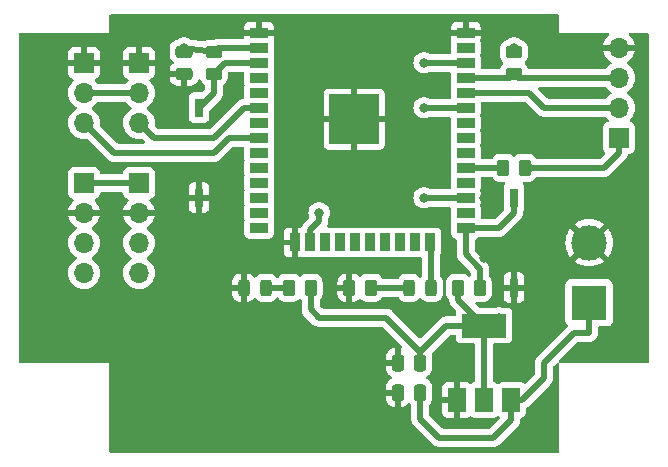
<source format=gbr>
%TF.GenerationSoftware,KiCad,Pcbnew,7.0.9*%
%TF.CreationDate,2024-03-19T08:45:44+01:00*%
%TF.ProjectId,soil_moister_air,736f696c-5f6d-46f6-9973-7465725f6169,rev?*%
%TF.SameCoordinates,Original*%
%TF.FileFunction,Copper,L1,Top*%
%TF.FilePolarity,Positive*%
%FSLAX46Y46*%
G04 Gerber Fmt 4.6, Leading zero omitted, Abs format (unit mm)*
G04 Created by KiCad (PCBNEW 7.0.9) date 2024-03-19 08:45:44*
%MOMM*%
%LPD*%
G01*
G04 APERTURE LIST*
G04 Aperture macros list*
%AMRoundRect*
0 Rectangle with rounded corners*
0 $1 Rounding radius*
0 $2 $3 $4 $5 $6 $7 $8 $9 X,Y pos of 4 corners*
0 Add a 4 corners polygon primitive as box body*
4,1,4,$2,$3,$4,$5,$6,$7,$8,$9,$2,$3,0*
0 Add four circle primitives for the rounded corners*
1,1,$1+$1,$2,$3*
1,1,$1+$1,$4,$5*
1,1,$1+$1,$6,$7*
1,1,$1+$1,$8,$9*
0 Add four rect primitives between the rounded corners*
20,1,$1+$1,$2,$3,$4,$5,0*
20,1,$1+$1,$4,$5,$6,$7,0*
20,1,$1+$1,$6,$7,$8,$9,0*
20,1,$1+$1,$8,$9,$2,$3,0*%
G04 Aperture macros list end*
%TA.AperFunction,SMDPad,CuDef*%
%ADD10RoundRect,0.250000X0.262500X0.450000X-0.262500X0.450000X-0.262500X-0.450000X0.262500X-0.450000X0*%
%TD*%
%TA.AperFunction,SMDPad,CuDef*%
%ADD11R,1.500000X2.000000*%
%TD*%
%TA.AperFunction,SMDPad,CuDef*%
%ADD12R,3.800000X2.000000*%
%TD*%
%TA.AperFunction,SMDPad,CuDef*%
%ADD13R,0.760000X1.600000*%
%TD*%
%TA.AperFunction,SMDPad,CuDef*%
%ADD14RoundRect,0.243750X-0.243750X-0.456250X0.243750X-0.456250X0.243750X0.456250X-0.243750X0.456250X0*%
%TD*%
%TA.AperFunction,SMDPad,CuDef*%
%ADD15RoundRect,0.250000X0.250000X0.475000X-0.250000X0.475000X-0.250000X-0.475000X0.250000X-0.475000X0*%
%TD*%
%TA.AperFunction,SMDPad,CuDef*%
%ADD16RoundRect,0.250000X0.450000X-0.262500X0.450000X0.262500X-0.450000X0.262500X-0.450000X-0.262500X0*%
%TD*%
%TA.AperFunction,ComponentPad*%
%ADD17R,1.700000X1.700000*%
%TD*%
%TA.AperFunction,ComponentPad*%
%ADD18O,1.700000X1.700000*%
%TD*%
%TA.AperFunction,ComponentPad*%
%ADD19R,3.000000X3.000000*%
%TD*%
%TA.AperFunction,ComponentPad*%
%ADD20C,3.000000*%
%TD*%
%TA.AperFunction,SMDPad,CuDef*%
%ADD21RoundRect,0.250000X-0.450000X0.262500X-0.450000X-0.262500X0.450000X-0.262500X0.450000X0.262500X0*%
%TD*%
%TA.AperFunction,SMDPad,CuDef*%
%ADD22RoundRect,0.250000X-0.262500X-0.450000X0.262500X-0.450000X0.262500X0.450000X-0.262500X0.450000X0*%
%TD*%
%TA.AperFunction,SMDPad,CuDef*%
%ADD23R,1.500000X0.900000*%
%TD*%
%TA.AperFunction,SMDPad,CuDef*%
%ADD24R,0.900000X1.500000*%
%TD*%
%TA.AperFunction,SMDPad,CuDef*%
%ADD25R,1.050000X1.050000*%
%TD*%
%TA.AperFunction,HeatsinkPad*%
%ADD26C,0.600000*%
%TD*%
%TA.AperFunction,SMDPad,CuDef*%
%ADD27R,4.200000X4.200000*%
%TD*%
%TA.AperFunction,SMDPad,CuDef*%
%ADD28RoundRect,0.250000X0.475000X-0.250000X0.475000X0.250000X-0.475000X0.250000X-0.475000X-0.250000X0*%
%TD*%
%TA.AperFunction,ViaPad*%
%ADD29C,0.800000*%
%TD*%
%TA.AperFunction,Conductor*%
%ADD30C,0.533400*%
%TD*%
G04 APERTURE END LIST*
D10*
%TO.P,R1,1*%
%TO.N,GPIO0*%
X152042500Y-106680000D03*
%TO.P,R1,2*%
%TO.N,+3V3*%
X150217500Y-106680000D03*
%TD*%
D11*
%TO.P,U2,1,GND*%
%TO.N,GND*%
X150100000Y-116180000D03*
%TO.P,U2,2,VO*%
%TO.N,+3V3*%
X152400000Y-116180000D03*
D12*
X152400000Y-109880000D03*
D11*
%TO.P,U2,3,VI*%
%TO.N,+5V*%
X154700000Y-116180000D03*
%TD*%
D13*
%TO.P,SW1,1,1*%
%TO.N,EN*%
X128270000Y-91440000D03*
%TO.P,SW1,2,2*%
%TO.N,GND*%
X128270000Y-99060000D03*
%TD*%
D14*
%TO.P,D1,1,K*%
%TO.N,GND*%
X132055000Y-106680000D03*
%TO.P,D1,2,A*%
%TO.N,Net-(D1-A)*%
X133930000Y-106680000D03*
%TD*%
D15*
%TO.P,C2,1*%
%TO.N,+5V*%
X147000000Y-115570000D03*
%TO.P,C2,2*%
%TO.N,GND*%
X145100000Y-115570000D03*
%TD*%
D16*
%TO.P,R3,1*%
%TO.N,TX0*%
X154940000Y-88542500D03*
%TO.P,R3,2*%
%TO.N,+3V3*%
X154940000Y-86717500D03*
%TD*%
D17*
%TO.P,J4,1,Pin_1*%
%TO.N,GND*%
X123190000Y-87645000D03*
D18*
%TO.P,J4,2,Pin_2*%
%TO.N,+3V3*%
X123190000Y-90185000D03*
%TO.P,J4,3,Pin_3*%
%TO.N,GPIO34*%
X123190000Y-92725000D03*
%TD*%
D19*
%TO.P,J5,1,Pin_1*%
%TO.N,+5V*%
X161290000Y-107950000D03*
D20*
%TO.P,J5,2,Pin_2*%
%TO.N,GND*%
X161290000Y-102870000D03*
%TD*%
D13*
%TO.P,SW2,1,1*%
%TO.N,GPIO0*%
X154940000Y-99060000D03*
%TO.P,SW2,2,2*%
%TO.N,GND*%
X154940000Y-106680000D03*
%TD*%
D15*
%TO.P,C3,1*%
%TO.N,+3V3*%
X147000000Y-113030000D03*
%TO.P,C3,2*%
%TO.N,GND*%
X145100000Y-113030000D03*
%TD*%
D21*
%TO.P,R2,1*%
%TO.N,+3V3*%
X129540000Y-86717500D03*
%TO.P,R2,2*%
%TO.N,EN*%
X129540000Y-88542500D03*
%TD*%
D22*
%TO.P,R4,1*%
%TO.N,GPIO5*%
X154027500Y-96520000D03*
%TO.P,R4,2*%
%TO.N,+3V3*%
X155852500Y-96520000D03*
%TD*%
D23*
%TO.P,U1,1,GND*%
%TO.N,GND*%
X133350000Y-85090000D03*
%TO.P,U1,2,VDD*%
%TO.N,+3V3*%
X133350000Y-86360000D03*
%TO.P,U1,3,EN*%
%TO.N,EN*%
X133350000Y-87630000D03*
%TO.P,U1,4,SENSOR_VP*%
%TO.N,unconnected-(U1-SENSOR_VP-Pad4)*%
X133350000Y-88900000D03*
%TO.P,U1,5,SENSOR_VN*%
%TO.N,unconnected-(U1-SENSOR_VN-Pad5)*%
X133350000Y-90170000D03*
%TO.P,U1,6,IO34*%
%TO.N,GPIO34*%
X133350000Y-91440000D03*
%TO.P,U1,7,IO35*%
%TO.N,unconnected-(U1-IO35-Pad7)*%
X133350000Y-92710000D03*
%TO.P,U1,8,IO32*%
%TO.N,GPIO32*%
X133350000Y-93980000D03*
%TO.P,U1,9,IO33*%
%TO.N,unconnected-(U1-IO33-Pad9)*%
X133350000Y-95250000D03*
%TO.P,U1,10,IO25*%
%TO.N,unconnected-(U1-IO25-Pad10)*%
X133350000Y-96520000D03*
%TO.P,U1,11,IO26*%
%TO.N,unconnected-(U1-IO26-Pad11)*%
X133350000Y-97790000D03*
%TO.P,U1,12,IO27*%
%TO.N,unconnected-(U1-IO27-Pad12)*%
X133350000Y-99060000D03*
%TO.P,U1,13,IO14*%
%TO.N,unconnected-(U1-IO14-Pad13)*%
X133350000Y-100330000D03*
%TO.P,U1,14,IO12*%
%TO.N,unconnected-(U1-IO12-Pad14)*%
X133350000Y-101600000D03*
D24*
%TO.P,U1,15,GND*%
%TO.N,GND*%
X136390000Y-102850000D03*
%TO.P,U1,16,IO13*%
%TO.N,SDA2*%
X137660000Y-102850000D03*
%TO.P,U1,17,SHD/SD2*%
%TO.N,unconnected-(U1-SHD{slash}SD2-Pad17)*%
X138930000Y-102850000D03*
%TO.P,U1,18,SWP/SD3*%
%TO.N,unconnected-(U1-SWP{slash}SD3-Pad18)*%
X140200000Y-102850000D03*
%TO.P,U1,19,SCS/CMD*%
%TO.N,unconnected-(U1-SCS{slash}CMD-Pad19)*%
X141470000Y-102850000D03*
%TO.P,U1,20,SCK/CLK*%
%TO.N,unconnected-(U1-SCK{slash}CLK-Pad20)*%
X142740000Y-102850000D03*
%TO.P,U1,21,SDO/SD0*%
%TO.N,unconnected-(U1-SDO{slash}SD0-Pad21)*%
X144010000Y-102850000D03*
%TO.P,U1,22,SDI/SD1*%
%TO.N,unconnected-(U1-SDI{slash}SD1-Pad22)*%
X145280000Y-102850000D03*
%TO.P,U1,23,IO15*%
%TO.N,unconnected-(U1-IO15-Pad23)*%
X146550000Y-102850000D03*
%TO.P,U1,24,IO2*%
%TO.N,GPIO2*%
X147820000Y-102850000D03*
D23*
%TO.P,U1,25,IO0*%
%TO.N,GPIO0*%
X150850000Y-101600000D03*
%TO.P,U1,26,IO4*%
%TO.N,unconnected-(U1-IO4-Pad26)*%
X150850000Y-100330000D03*
%TO.P,U1,27,IO16*%
%TO.N,SCL2*%
X150850000Y-99060000D03*
%TO.P,U1,28,IO17*%
%TO.N,unconnected-(U1-IO17-Pad28)*%
X150850000Y-97790000D03*
%TO.P,U1,29,IO5*%
%TO.N,GPIO5*%
X150850000Y-96520000D03*
%TO.P,U1,30,IO18*%
%TO.N,unconnected-(U1-IO18-Pad30)*%
X150850000Y-95250000D03*
%TO.P,U1,31,IO19*%
%TO.N,unconnected-(U1-IO19-Pad31)*%
X150850000Y-93980000D03*
%TO.P,U1,32,NC*%
%TO.N,unconnected-(U1-NC-Pad32)*%
X150850000Y-92710000D03*
%TO.P,U1,33,IO21*%
%TO.N,SDA1*%
X150850000Y-91440000D03*
%TO.P,U1,34,RXD0/IO3*%
%TO.N,RX0*%
X150850000Y-90170000D03*
%TO.P,U1,35,TXD0/IO1*%
%TO.N,TX0*%
X150850000Y-88900000D03*
%TO.P,U1,36,IO22*%
%TO.N,SCL1*%
X150850000Y-87630000D03*
%TO.P,U1,37,IO23*%
%TO.N,unconnected-(U1-IO23-Pad37)*%
X150850000Y-86360000D03*
%TO.P,U1,38,GND*%
%TO.N,GND*%
X150850000Y-85090000D03*
D25*
%TO.P,U1,39,GND*%
X139895000Y-90905000D03*
D26*
X139895000Y-91667500D03*
D25*
X139895000Y-92430000D03*
D26*
X139895000Y-93192500D03*
D25*
X139895000Y-93955000D03*
D26*
X140657500Y-90905000D03*
X140657500Y-92430000D03*
X140657500Y-93955000D03*
D25*
X141420000Y-90905000D03*
D26*
X141420000Y-91667500D03*
D25*
X141420000Y-92430000D03*
D27*
X141420000Y-92430000D03*
D26*
X141420000Y-93192500D03*
D25*
X141420000Y-93955000D03*
D26*
X142182500Y-90905000D03*
X142182500Y-92430000D03*
X142182500Y-93955000D03*
D25*
X142945000Y-90905000D03*
D26*
X142945000Y-91667500D03*
D25*
X142945000Y-92430000D03*
D26*
X142945000Y-93192500D03*
D25*
X142945000Y-93955000D03*
%TD*%
D14*
%TO.P,D2,1,K*%
%TO.N,Net-(D2-K)*%
X146050000Y-106680000D03*
%TO.P,D2,2,A*%
%TO.N,GPIO2*%
X147925000Y-106680000D03*
%TD*%
D17*
%TO.P,J1,1,Pin_1*%
%TO.N,+3V3*%
X118540000Y-97800000D03*
D18*
%TO.P,J1,2,Pin_2*%
%TO.N,GND*%
X118540000Y-100340000D03*
%TO.P,J1,3,Pin_3*%
%TO.N,SCL2*%
X118540000Y-102880000D03*
%TO.P,J1,4,Pin_4*%
%TO.N,SDA2*%
X118540000Y-105420000D03*
%TD*%
D22*
%TO.P,R5,1*%
%TO.N,GND*%
X140995000Y-106680000D03*
%TO.P,R5,2*%
%TO.N,Net-(D2-K)*%
X142820000Y-106680000D03*
%TD*%
D17*
%TO.P,J2,1,Pin_1*%
%TO.N,+3V3*%
X123190000Y-97800000D03*
D18*
%TO.P,J2,2,Pin_2*%
%TO.N,GND*%
X123190000Y-100340000D03*
%TO.P,J2,3,Pin_3*%
%TO.N,SCL1*%
X123190000Y-102880000D03*
%TO.P,J2,4,Pin_4*%
%TO.N,SDA1*%
X123190000Y-105420000D03*
%TD*%
D22*
%TO.P,R6,1*%
%TO.N,Net-(D1-A)*%
X135890000Y-106680000D03*
%TO.P,R6,2*%
%TO.N,+3V3*%
X137715000Y-106680000D03*
%TD*%
D17*
%TO.P,J6,1,Pin_1*%
%TO.N,+3V3*%
X163830000Y-93980000D03*
D18*
%TO.P,J6,2,Pin_2*%
%TO.N,RX0*%
X163830000Y-91440000D03*
%TO.P,J6,3,Pin_3*%
%TO.N,TX0*%
X163830000Y-88900000D03*
%TO.P,J6,4,Pin_4*%
%TO.N,GND*%
X163830000Y-86360000D03*
%TD*%
D28*
%TO.P,C1,1*%
%TO.N,GND*%
X127000000Y-88580000D03*
%TO.P,C1,2*%
%TO.N,+3V3*%
X127000000Y-86680000D03*
%TD*%
D17*
%TO.P,J3,1,Pin_1*%
%TO.N,GND*%
X118540000Y-87645000D03*
D18*
%TO.P,J3,2,Pin_2*%
%TO.N,+3V3*%
X118540000Y-90185000D03*
%TO.P,J3,3,Pin_3*%
%TO.N,GPIO32*%
X118540000Y-92725000D03*
%TD*%
D29*
%TO.N,GND*%
X149860000Y-113030000D03*
X125730000Y-85090000D03*
X130810000Y-118110000D03*
X161290000Y-111760000D03*
X157480000Y-118110000D03*
%TO.N,+3V3*%
X153670000Y-109220000D03*
X127000000Y-86360000D03*
X154940000Y-86360000D03*
X156210000Y-96520000D03*
%TO.N,SCL2*%
X147320000Y-99060000D03*
%TO.N,SDA2*%
X138430000Y-100330000D03*
%TO.N,GND*%
X142240000Y-100330000D03*
X123190000Y-115570000D03*
X137160000Y-95250000D03*
X120650000Y-92710000D03*
X137160000Y-90170000D03*
X160020000Y-99060000D03*
X140970000Y-113030000D03*
X115570000Y-95250000D03*
X144780000Y-90170000D03*
X138430000Y-116840000D03*
X152400000Y-99060000D03*
X157480000Y-85090000D03*
X116840000Y-111760000D03*
X158750000Y-93980000D03*
X129540000Y-102870000D03*
X153670000Y-93980000D03*
X152400000Y-104140000D03*
X148590000Y-95250000D03*
X144780000Y-99060000D03*
X158750000Y-90170000D03*
%TO.N,SCL1*%
X147320000Y-87630000D03*
%TO.N,SDA1*%
X147320000Y-91440000D03*
%TD*%
D30*
%TO.N,+5V*%
X157480000Y-113030000D02*
X160020000Y-110490000D01*
X155600000Y-116180000D02*
X157480000Y-114300000D01*
X157480000Y-114300000D02*
X157480000Y-113030000D01*
X160020000Y-110490000D02*
X161290000Y-110490000D01*
%TO.N,+3V3*%
X133350000Y-86360000D02*
X129897500Y-86360000D01*
X149200000Y-109880000D02*
X152400000Y-109880000D01*
X147000000Y-112080000D02*
X149200000Y-109880000D01*
X147000000Y-113030000D02*
X147000000Y-112080000D01*
X150217500Y-106680000D02*
X150217500Y-107697500D01*
X118540000Y-90185000D02*
X123190000Y-90185000D01*
X153670000Y-109220000D02*
X153060000Y-109220000D01*
X163830000Y-95250000D02*
X162560000Y-96520000D01*
X137715000Y-106680000D02*
X137715000Y-108505000D01*
X127000000Y-86360000D02*
X129502500Y-86680000D01*
X138430000Y-109220000D02*
X144140000Y-109220000D01*
X129502500Y-86680000D02*
X129540000Y-86717500D01*
X156210000Y-96520000D02*
X155852500Y-96520000D01*
X129897500Y-86360000D02*
X129540000Y-86717500D01*
X152400000Y-109880000D02*
X152400000Y-116180000D01*
X137715000Y-108505000D02*
X138430000Y-109220000D01*
X118540000Y-97800000D02*
X123190000Y-97800000D01*
X144140000Y-109220000D02*
X147000000Y-112080000D01*
X153060000Y-109220000D02*
X152400000Y-109880000D01*
X162560000Y-96520000D02*
X156210000Y-96520000D01*
X127000000Y-86680000D02*
X127000000Y-86360000D01*
X150217500Y-107697500D02*
X152400000Y-109880000D01*
X163830000Y-93980000D02*
X163830000Y-95250000D01*
%TO.N,Net-(D1-A)*%
X133930000Y-106680000D02*
X135890000Y-106680000D01*
%TO.N,Net-(D2-K)*%
X142820000Y-106680000D02*
X146050000Y-106680000D01*
%TO.N,GPIO2*%
X147925000Y-106680000D02*
X147925000Y-102955000D01*
X147925000Y-102955000D02*
X147820000Y-102850000D01*
%TO.N,RX0*%
X157480000Y-91440000D02*
X163830000Y-91440000D01*
X156210000Y-90170000D02*
X157480000Y-91440000D01*
X150850000Y-90170000D02*
X156210000Y-90170000D01*
%TO.N,TX0*%
X155297500Y-88900000D02*
X154940000Y-88542500D01*
X163830000Y-88900000D02*
X155297500Y-88900000D01*
X154582500Y-88900000D02*
X154940000Y-88542500D01*
X150850000Y-88900000D02*
X154582500Y-88900000D01*
%TO.N,EN*%
X129540000Y-90170000D02*
X129540000Y-88542500D01*
X130452500Y-87630000D02*
X129540000Y-88542500D01*
X128270000Y-91440000D02*
X129540000Y-90170000D01*
X133350000Y-87630000D02*
X130452500Y-87630000D01*
%TO.N,GPIO0*%
X152042500Y-105052500D02*
X150850000Y-103860000D01*
X152042500Y-106680000D02*
X152042500Y-105052500D01*
X153670000Y-101600000D02*
X154940000Y-100330000D01*
X154940000Y-100330000D02*
X154940000Y-99060000D01*
X150850000Y-101600000D02*
X153670000Y-101600000D01*
X150850000Y-103860000D02*
X150850000Y-101600000D01*
%TO.N,GPIO5*%
X150850000Y-96520000D02*
X154027500Y-96520000D01*
%TO.N,SCL2*%
X150850000Y-99060000D02*
X147320000Y-99060000D01*
%TO.N,SDA2*%
X137660000Y-102850000D02*
X137660000Y-101825000D01*
X137660000Y-101825000D02*
X138430000Y-101055000D01*
X138430000Y-101055000D02*
X138430000Y-100330000D01*
%TO.N,GPIO32*%
X129540000Y-95250000D02*
X130810000Y-93980000D01*
X121065000Y-95250000D02*
X129540000Y-95250000D01*
X118540000Y-92725000D02*
X121065000Y-95250000D01*
X130810000Y-93980000D02*
X133350000Y-93980000D01*
%TO.N,GPIO34*%
X124445000Y-93980000D02*
X129540000Y-93980000D01*
X132080000Y-91440000D02*
X133350000Y-91440000D01*
X123190000Y-92725000D02*
X124445000Y-93980000D01*
X129540000Y-93980000D02*
X132080000Y-91440000D01*
%TO.N,GND*%
X141420000Y-93192500D02*
X142182500Y-93955000D01*
X142182500Y-93955000D02*
X142945000Y-93192500D01*
X140657500Y-93955000D02*
X139895000Y-93192500D01*
X139895000Y-93192500D02*
X140657500Y-92430000D01*
X139895000Y-91667500D02*
X140657500Y-92430000D01*
X141420000Y-91667500D02*
X142182500Y-92430000D01*
X140657500Y-92430000D02*
X141420000Y-91667500D01*
X140657500Y-90905000D02*
X141420000Y-91667500D01*
X142182500Y-90905000D02*
X142945000Y-91667500D01*
X140657500Y-92430000D02*
X141420000Y-93192500D01*
X139895000Y-91667500D02*
X140657500Y-90905000D01*
%TO.N,+5V*%
X147000000Y-117790000D02*
X148590000Y-119380000D01*
X147000000Y-115570000D02*
X147000000Y-117790000D01*
X148590000Y-119380000D02*
X152400000Y-119380000D01*
X154700000Y-117870000D02*
X153190000Y-119380000D01*
X155600000Y-116180000D02*
X154700000Y-116180000D01*
X153190000Y-119380000D02*
X152400000Y-119380000D01*
X154700000Y-117870000D02*
X154700000Y-116180000D01*
X161290000Y-107950000D02*
X161290000Y-110490000D01*
%TO.N,SCL1*%
X150850000Y-87630000D02*
X147320000Y-87630000D01*
%TO.N,SDA1*%
X150850000Y-91440000D02*
X147320000Y-91440000D01*
%TD*%
%TA.AperFunction,Conductor*%
%TO.N,GND*%
G36*
X122081032Y-90971885D02*
G01*
X122115567Y-91005076D01*
X122139661Y-91039486D01*
X122151507Y-91056404D01*
X122318597Y-91223493D01*
X122318603Y-91223498D01*
X122504158Y-91353425D01*
X122547783Y-91408002D01*
X122554977Y-91477500D01*
X122523454Y-91539855D01*
X122504158Y-91556575D01*
X122318597Y-91686505D01*
X122151505Y-91853597D01*
X122015965Y-92047169D01*
X122015964Y-92047171D01*
X121916098Y-92261335D01*
X121916094Y-92261344D01*
X121854938Y-92489586D01*
X121854936Y-92489596D01*
X121834341Y-92724999D01*
X121834341Y-92725000D01*
X121854936Y-92960403D01*
X121854938Y-92960413D01*
X121916094Y-93188655D01*
X121916096Y-93188659D01*
X121916097Y-93188663D01*
X121980598Y-93326986D01*
X122015965Y-93402830D01*
X122015967Y-93402834D01*
X122071495Y-93482135D01*
X122151505Y-93596401D01*
X122318599Y-93763495D01*
X122415384Y-93831265D01*
X122512165Y-93899032D01*
X122512167Y-93899033D01*
X122512170Y-93899035D01*
X122726337Y-93998903D01*
X122954592Y-94060063D01*
X123142918Y-94076539D01*
X123189999Y-94080659D01*
X123190000Y-94080659D01*
X123190001Y-94080659D01*
X123223958Y-94077688D01*
X123381296Y-94063922D01*
X123449795Y-94077688D01*
X123479784Y-94099769D01*
X123651134Y-94271119D01*
X123684619Y-94332442D01*
X123679635Y-94402134D01*
X123637763Y-94458067D01*
X123572299Y-94482484D01*
X123563453Y-94482800D01*
X121434147Y-94482800D01*
X121367108Y-94463115D01*
X121346466Y-94446481D01*
X119914769Y-93014784D01*
X119881284Y-92953461D01*
X119878922Y-92916295D01*
X119881427Y-92887671D01*
X119895659Y-92725000D01*
X119875063Y-92489592D01*
X119813903Y-92261337D01*
X119714035Y-92047171D01*
X119711548Y-92043618D01*
X119578494Y-91853597D01*
X119411402Y-91686506D01*
X119411396Y-91686501D01*
X119225842Y-91556575D01*
X119182217Y-91501998D01*
X119175023Y-91432500D01*
X119206546Y-91370145D01*
X119225842Y-91353425D01*
X119371057Y-91251744D01*
X119411401Y-91223495D01*
X119578495Y-91056401D01*
X119614432Y-91005076D01*
X119669008Y-90961452D01*
X119716007Y-90952200D01*
X122013993Y-90952200D01*
X122081032Y-90971885D01*
G37*
%TD.AperFunction*%
%TA.AperFunction,Conductor*%
G36*
X158693039Y-83559685D02*
G01*
X158738794Y-83612489D01*
X158750000Y-83664000D01*
X158750000Y-85090000D01*
X162896817Y-85090000D01*
X162963856Y-85109685D01*
X163009611Y-85162489D01*
X163019555Y-85231647D01*
X162990530Y-85295203D01*
X162967941Y-85315574D01*
X162958929Y-85321884D01*
X162958920Y-85321891D01*
X162791891Y-85488920D01*
X162791886Y-85488926D01*
X162656400Y-85682420D01*
X162656399Y-85682422D01*
X162556570Y-85896507D01*
X162556567Y-85896513D01*
X162499364Y-86109999D01*
X162499364Y-86110000D01*
X163396314Y-86110000D01*
X163370507Y-86150156D01*
X163330000Y-86288111D01*
X163330000Y-86431889D01*
X163370507Y-86569844D01*
X163396314Y-86610000D01*
X162499364Y-86610000D01*
X162556567Y-86823486D01*
X162556570Y-86823492D01*
X162656399Y-87037578D01*
X162791894Y-87231082D01*
X162958917Y-87398105D01*
X163144595Y-87528119D01*
X163188219Y-87582696D01*
X163195412Y-87652195D01*
X163163890Y-87714549D01*
X163144595Y-87731269D01*
X162958594Y-87861508D01*
X162791507Y-88028595D01*
X162770830Y-88058125D01*
X162755567Y-88079923D01*
X162700992Y-88123548D01*
X162653993Y-88132800D01*
X156221394Y-88132800D01*
X156154355Y-88113115D01*
X156108600Y-88060311D01*
X156103692Y-88047815D01*
X156074814Y-87960666D01*
X155982712Y-87811344D01*
X155889049Y-87717681D01*
X155855564Y-87656358D01*
X155860548Y-87586666D01*
X155889049Y-87542319D01*
X155908660Y-87522708D01*
X155982712Y-87448656D01*
X156074814Y-87299334D01*
X156129999Y-87132797D01*
X156140500Y-87030009D01*
X156140499Y-86404992D01*
X156129999Y-86302203D01*
X156074814Y-86135666D01*
X155982712Y-85986344D01*
X155858656Y-85862288D01*
X155709334Y-85770186D01*
X155614139Y-85738641D01*
X155560996Y-85703909D01*
X155545871Y-85687112D01*
X155545864Y-85687106D01*
X155392734Y-85575851D01*
X155392729Y-85575848D01*
X155219807Y-85498857D01*
X155219802Y-85498855D01*
X155066186Y-85466204D01*
X155034646Y-85459500D01*
X154845354Y-85459500D01*
X154813814Y-85466204D01*
X154660197Y-85498855D01*
X154660192Y-85498857D01*
X154487270Y-85575848D01*
X154487265Y-85575851D01*
X154334130Y-85687110D01*
X154334126Y-85687114D01*
X154319002Y-85703910D01*
X154265862Y-85738639D01*
X154170668Y-85770184D01*
X154021342Y-85862289D01*
X153897289Y-85986342D01*
X153805187Y-86135663D01*
X153805186Y-86135666D01*
X153750001Y-86302203D01*
X153750001Y-86302204D01*
X153750000Y-86302204D01*
X153739500Y-86404983D01*
X153739500Y-87030001D01*
X153739501Y-87030019D01*
X153750000Y-87132796D01*
X153750001Y-87132799D01*
X153805185Y-87299331D01*
X153805187Y-87299336D01*
X153814424Y-87314312D01*
X153897287Y-87448655D01*
X153897289Y-87448657D01*
X153990951Y-87542319D01*
X154024436Y-87603642D01*
X154019452Y-87673334D01*
X153990951Y-87717681D01*
X153897289Y-87811342D01*
X153805187Y-87960663D01*
X153805186Y-87960666D01*
X153776310Y-88047806D01*
X153736540Y-88105249D01*
X153672024Y-88132072D01*
X153658606Y-88132800D01*
X152224500Y-88132800D01*
X152157461Y-88113115D01*
X152111706Y-88060311D01*
X152100500Y-88008800D01*
X152100499Y-87132129D01*
X152100498Y-87132123D01*
X152094091Y-87072518D01*
X152094091Y-87072517D01*
X152081340Y-87038332D01*
X152076357Y-86968642D01*
X152081338Y-86951672D01*
X152094091Y-86917483D01*
X152100500Y-86857873D01*
X152100499Y-85862128D01*
X152094091Y-85802517D01*
X152081073Y-85767616D01*
X152076090Y-85697926D01*
X152081075Y-85680949D01*
X152093597Y-85647375D01*
X152093598Y-85647372D01*
X152099999Y-85587844D01*
X152100000Y-85587827D01*
X152100000Y-85340000D01*
X149600000Y-85340000D01*
X149600000Y-85587844D01*
X149606401Y-85647372D01*
X149606403Y-85647379D01*
X149618925Y-85680952D01*
X149623909Y-85750643D01*
X149618925Y-85767617D01*
X149605909Y-85802514D01*
X149605908Y-85802516D01*
X149599501Y-85862116D01*
X149599500Y-85862127D01*
X149599500Y-86351649D01*
X149599501Y-86738800D01*
X149579817Y-86805839D01*
X149527013Y-86851594D01*
X149475501Y-86862800D01*
X147835315Y-86862800D01*
X147779012Y-86847714D01*
X147778666Y-86848492D01*
X147773756Y-86846305D01*
X147773316Y-86846188D01*
X147772725Y-86845846D01*
X147599807Y-86768857D01*
X147599802Y-86768855D01*
X147454001Y-86737865D01*
X147414646Y-86729500D01*
X147225354Y-86729500D01*
X147192897Y-86736398D01*
X147040197Y-86768855D01*
X147040192Y-86768857D01*
X146867270Y-86845848D01*
X146867265Y-86845851D01*
X146714129Y-86957111D01*
X146587466Y-87097785D01*
X146492821Y-87261715D01*
X146492818Y-87261722D01*
X146434327Y-87441740D01*
X146434326Y-87441744D01*
X146414540Y-87630000D01*
X146434326Y-87818256D01*
X146434327Y-87818259D01*
X146492818Y-87998277D01*
X146492821Y-87998284D01*
X146587467Y-88162216D01*
X146693532Y-88280013D01*
X146714129Y-88302888D01*
X146867265Y-88414148D01*
X146867270Y-88414151D01*
X147040192Y-88491142D01*
X147040197Y-88491144D01*
X147225354Y-88530500D01*
X147225355Y-88530500D01*
X147414644Y-88530500D01*
X147414646Y-88530500D01*
X147599803Y-88491144D01*
X147772730Y-88414151D01*
X147772735Y-88414146D01*
X147773316Y-88413812D01*
X147773756Y-88413694D01*
X147778666Y-88411508D01*
X147779012Y-88412285D01*
X147835315Y-88397200D01*
X149475500Y-88397200D01*
X149542539Y-88416885D01*
X149588294Y-88469689D01*
X149599500Y-88521200D01*
X149599500Y-89397870D01*
X149599501Y-89397876D01*
X149605908Y-89457481D01*
X149618659Y-89491669D01*
X149623642Y-89561361D01*
X149618659Y-89578331D01*
X149605908Y-89612518D01*
X149599996Y-89667516D01*
X149599500Y-89672127D01*
X149599500Y-90147500D01*
X149599501Y-90548800D01*
X149579817Y-90615839D01*
X149527013Y-90661594D01*
X149475501Y-90672800D01*
X147835315Y-90672800D01*
X147779012Y-90657714D01*
X147778666Y-90658492D01*
X147773756Y-90656305D01*
X147773316Y-90656188D01*
X147772725Y-90655846D01*
X147599807Y-90578857D01*
X147599802Y-90578855D01*
X147454001Y-90547865D01*
X147414646Y-90539500D01*
X147225354Y-90539500D01*
X147200212Y-90544844D01*
X147040197Y-90578855D01*
X147040192Y-90578857D01*
X146867270Y-90655848D01*
X146867265Y-90655851D01*
X146714129Y-90767111D01*
X146587466Y-90907785D01*
X146492821Y-91071715D01*
X146492818Y-91071722D01*
X146434327Y-91251740D01*
X146434326Y-91251744D01*
X146414540Y-91440000D01*
X146434326Y-91628256D01*
X146434327Y-91628259D01*
X146492818Y-91808277D01*
X146492821Y-91808284D01*
X146587467Y-91972216D01*
X146681317Y-92076447D01*
X146714129Y-92112888D01*
X146867265Y-92224148D01*
X146867270Y-92224151D01*
X147040192Y-92301142D01*
X147040197Y-92301144D01*
X147225354Y-92340500D01*
X147225355Y-92340500D01*
X147414644Y-92340500D01*
X147414646Y-92340500D01*
X147599803Y-92301144D01*
X147772730Y-92224151D01*
X147772735Y-92224146D01*
X147773316Y-92223812D01*
X147773756Y-92223694D01*
X147778666Y-92221508D01*
X147779012Y-92222285D01*
X147835315Y-92207200D01*
X149475500Y-92207200D01*
X149542539Y-92226885D01*
X149588294Y-92279689D01*
X149599500Y-92331200D01*
X149599500Y-93207870D01*
X149599501Y-93207876D01*
X149605908Y-93267481D01*
X149618659Y-93301669D01*
X149623642Y-93371361D01*
X149618659Y-93388331D01*
X149605908Y-93422518D01*
X149599501Y-93482116D01*
X149599501Y-93482123D01*
X149599500Y-93482135D01*
X149599500Y-94477870D01*
X149599501Y-94477876D01*
X149605908Y-94537481D01*
X149618659Y-94571669D01*
X149623642Y-94641361D01*
X149618659Y-94658331D01*
X149605908Y-94692518D01*
X149599725Y-94750034D01*
X149599501Y-94752123D01*
X149599500Y-94752135D01*
X149599500Y-95747870D01*
X149599501Y-95747876D01*
X149605908Y-95807481D01*
X149618659Y-95841669D01*
X149623642Y-95911361D01*
X149618659Y-95928331D01*
X149605908Y-95962518D01*
X149599501Y-96022116D01*
X149599501Y-96022123D01*
X149599500Y-96022135D01*
X149599500Y-97017870D01*
X149599501Y-97017876D01*
X149605908Y-97077481D01*
X149618659Y-97111669D01*
X149623642Y-97181361D01*
X149618659Y-97198331D01*
X149605908Y-97232518D01*
X149599800Y-97289334D01*
X149599500Y-97292127D01*
X149599500Y-97785073D01*
X149599501Y-98168800D01*
X149579817Y-98235839D01*
X149527013Y-98281594D01*
X149475501Y-98292800D01*
X147835315Y-98292800D01*
X147779012Y-98277714D01*
X147778666Y-98278492D01*
X147773756Y-98276305D01*
X147773316Y-98276188D01*
X147772725Y-98275846D01*
X147599807Y-98198857D01*
X147599802Y-98198855D01*
X147454001Y-98167865D01*
X147414646Y-98159500D01*
X147225354Y-98159500D01*
X147192897Y-98166398D01*
X147040197Y-98198855D01*
X147040192Y-98198857D01*
X146867270Y-98275848D01*
X146867265Y-98275851D01*
X146714129Y-98387111D01*
X146587466Y-98527785D01*
X146492821Y-98691715D01*
X146492818Y-98691722D01*
X146434327Y-98871740D01*
X146434326Y-98871744D01*
X146414540Y-99060000D01*
X146434326Y-99248256D01*
X146434327Y-99248259D01*
X146492818Y-99428277D01*
X146492821Y-99428284D01*
X146587467Y-99592216D01*
X146703750Y-99721361D01*
X146714129Y-99732888D01*
X146867265Y-99844148D01*
X146867270Y-99844151D01*
X147040192Y-99921142D01*
X147040197Y-99921144D01*
X147225354Y-99960500D01*
X147225355Y-99960500D01*
X147414644Y-99960500D01*
X147414646Y-99960500D01*
X147599803Y-99921144D01*
X147772730Y-99844151D01*
X147772735Y-99844146D01*
X147773316Y-99843812D01*
X147773756Y-99843694D01*
X147778666Y-99841508D01*
X147779012Y-99842285D01*
X147835315Y-99827200D01*
X149475500Y-99827200D01*
X149542539Y-99846885D01*
X149588294Y-99899689D01*
X149599500Y-99951200D01*
X149599500Y-100827870D01*
X149599501Y-100827876D01*
X149605908Y-100887481D01*
X149618659Y-100921669D01*
X149623642Y-100991361D01*
X149618659Y-101008331D01*
X149605908Y-101042518D01*
X149599501Y-101102116D01*
X149599501Y-101102123D01*
X149599500Y-101102135D01*
X149599500Y-102097870D01*
X149599501Y-102097876D01*
X149605908Y-102157483D01*
X149656202Y-102292328D01*
X149656206Y-102292335D01*
X149742452Y-102407544D01*
X149742455Y-102407547D01*
X149857664Y-102493793D01*
X149857671Y-102493797D01*
X149999785Y-102546802D01*
X149998810Y-102549415D01*
X150048003Y-102577405D01*
X150080409Y-102639305D01*
X150082800Y-102663538D01*
X150082800Y-103946449D01*
X150091671Y-103985314D01*
X150092837Y-103992173D01*
X150097300Y-104031792D01*
X150097302Y-104031798D01*
X150110471Y-104069436D01*
X150112394Y-104076112D01*
X150121267Y-104114984D01*
X150121268Y-104114988D01*
X150121270Y-104114994D01*
X150127293Y-104127500D01*
X150138567Y-104150911D01*
X150141229Y-104157339D01*
X150154400Y-104194979D01*
X150175621Y-104228753D01*
X150178985Y-104234841D01*
X150196283Y-104270758D01*
X150196283Y-104270759D01*
X150221137Y-104301924D01*
X150225163Y-104307598D01*
X150246383Y-104341368D01*
X151238981Y-105333966D01*
X151272466Y-105395289D01*
X151275300Y-105421647D01*
X151275300Y-105621970D01*
X151255615Y-105689009D01*
X151238981Y-105709651D01*
X151217681Y-105730951D01*
X151156358Y-105764436D01*
X151086666Y-105759452D01*
X151042319Y-105730951D01*
X150948657Y-105637289D01*
X150948656Y-105637288D01*
X150799334Y-105545186D01*
X150632797Y-105490001D01*
X150632795Y-105490000D01*
X150530010Y-105479500D01*
X149904998Y-105479500D01*
X149904980Y-105479501D01*
X149802203Y-105490000D01*
X149802200Y-105490001D01*
X149635668Y-105545185D01*
X149635663Y-105545187D01*
X149486342Y-105637289D01*
X149362289Y-105761342D01*
X149270187Y-105910663D01*
X149270185Y-105910668D01*
X149257317Y-105949501D01*
X149215001Y-106077203D01*
X149215001Y-106077204D01*
X149215000Y-106077204D01*
X149204500Y-106179983D01*
X149204500Y-107180001D01*
X149204501Y-107180019D01*
X149215000Y-107282796D01*
X149215001Y-107282799D01*
X149270185Y-107449331D01*
X149270187Y-107449336D01*
X149272271Y-107452714D01*
X149362287Y-107598655D01*
X149362289Y-107598657D01*
X149413981Y-107650349D01*
X149447466Y-107711672D01*
X149450300Y-107738030D01*
X149450300Y-107783949D01*
X149459171Y-107822814D01*
X149460337Y-107829673D01*
X149464800Y-107869292D01*
X149464802Y-107869299D01*
X149468721Y-107880498D01*
X149477971Y-107906936D01*
X149479894Y-107913612D01*
X149488767Y-107952484D01*
X149488768Y-107952488D01*
X149488770Y-107952494D01*
X149506067Y-107988411D01*
X149508729Y-107994839D01*
X149521900Y-108032479D01*
X149543121Y-108066253D01*
X149546485Y-108072341D01*
X149563783Y-108108258D01*
X149563783Y-108108259D01*
X149588637Y-108139424D01*
X149592663Y-108145098D01*
X149613883Y-108178868D01*
X150004331Y-108569316D01*
X150037816Y-108630639D01*
X150032832Y-108700329D01*
X150005909Y-108772514D01*
X150005908Y-108772516D01*
X149999501Y-108832116D01*
X149999501Y-108832123D01*
X149999500Y-108832135D01*
X149999500Y-108988800D01*
X149979815Y-109055839D01*
X149927011Y-109101594D01*
X149875500Y-109112800D01*
X149113551Y-109112800D01*
X149074687Y-109121671D01*
X149067830Y-109122836D01*
X149063051Y-109123375D01*
X149028203Y-109127301D01*
X149028202Y-109127301D01*
X148990557Y-109140473D01*
X148983882Y-109142395D01*
X148966450Y-109146375D01*
X148945008Y-109151269D01*
X148945001Y-109151272D01*
X148909081Y-109168570D01*
X148902653Y-109171233D01*
X148865018Y-109184401D01*
X148831247Y-109205620D01*
X148825160Y-109208984D01*
X148789241Y-109226282D01*
X148758058Y-109251149D01*
X148752391Y-109255169D01*
X148740765Y-109262474D01*
X148718632Y-109276382D01*
X148718629Y-109276384D01*
X148698194Y-109296820D01*
X148687976Y-109307039D01*
X147551587Y-110443428D01*
X147087681Y-110907334D01*
X147026358Y-110940819D01*
X146956666Y-110935835D01*
X146912319Y-110907334D01*
X144621368Y-108616383D01*
X144587598Y-108595163D01*
X144581924Y-108591137D01*
X144550759Y-108566283D01*
X144514841Y-108548985D01*
X144508753Y-108545621D01*
X144474979Y-108524400D01*
X144437339Y-108511229D01*
X144430911Y-108508567D01*
X144394994Y-108491270D01*
X144394988Y-108491268D01*
X144394984Y-108491267D01*
X144356112Y-108482394D01*
X144349436Y-108480471D01*
X144326497Y-108472445D01*
X144311799Y-108467302D01*
X144311792Y-108467300D01*
X144272173Y-108462837D01*
X144265314Y-108461671D01*
X144226449Y-108452800D01*
X144226443Y-108452800D01*
X144183089Y-108452800D01*
X138799147Y-108452800D01*
X138732108Y-108433115D01*
X138711466Y-108416481D01*
X138518519Y-108223534D01*
X138485034Y-108162211D01*
X138482200Y-108135853D01*
X138482200Y-107738030D01*
X138501885Y-107670991D01*
X138518519Y-107650349D01*
X138540173Y-107628695D01*
X138570212Y-107598656D01*
X138662314Y-107449334D01*
X138717499Y-107282797D01*
X138728000Y-107180009D01*
X138728000Y-106930000D01*
X139982501Y-106930000D01*
X139982501Y-107179986D01*
X139992994Y-107282697D01*
X140048141Y-107449119D01*
X140048143Y-107449124D01*
X140140184Y-107598345D01*
X140264154Y-107722315D01*
X140413375Y-107814356D01*
X140413380Y-107814358D01*
X140579802Y-107869505D01*
X140579809Y-107869506D01*
X140682519Y-107879999D01*
X140744999Y-107879998D01*
X140745000Y-107879998D01*
X140745000Y-106930000D01*
X139982501Y-106930000D01*
X138728000Y-106930000D01*
X138727999Y-106430000D01*
X139982500Y-106430000D01*
X140745000Y-106430000D01*
X140745000Y-105480000D01*
X140744999Y-105479999D01*
X140682528Y-105480000D01*
X140682511Y-105480001D01*
X140579802Y-105490494D01*
X140413380Y-105545641D01*
X140413375Y-105545643D01*
X140264154Y-105637684D01*
X140140184Y-105761654D01*
X140048143Y-105910875D01*
X140048141Y-105910880D01*
X139992994Y-106077302D01*
X139992993Y-106077309D01*
X139982500Y-106180013D01*
X139982500Y-106430000D01*
X138727999Y-106430000D01*
X138727999Y-106179992D01*
X138727402Y-106174152D01*
X138717499Y-106077203D01*
X138717498Y-106077200D01*
X138693972Y-106006204D01*
X138662314Y-105910666D01*
X138570212Y-105761344D01*
X138446156Y-105637288D01*
X138296834Y-105545186D01*
X138130297Y-105490001D01*
X138130295Y-105490000D01*
X138027510Y-105479500D01*
X137402498Y-105479500D01*
X137402480Y-105479501D01*
X137299703Y-105490000D01*
X137299700Y-105490001D01*
X137133168Y-105545185D01*
X137133163Y-105545187D01*
X136983842Y-105637289D01*
X136890181Y-105730951D01*
X136828858Y-105764436D01*
X136759166Y-105759452D01*
X136714819Y-105730951D01*
X136621157Y-105637289D01*
X136621156Y-105637288D01*
X136471834Y-105545186D01*
X136305297Y-105490001D01*
X136305295Y-105490000D01*
X136202510Y-105479500D01*
X135577498Y-105479500D01*
X135577480Y-105479501D01*
X135474703Y-105490000D01*
X135474700Y-105490001D01*
X135308168Y-105545185D01*
X135308163Y-105545187D01*
X135158842Y-105637289D01*
X135034789Y-105761342D01*
X135004420Y-105810579D01*
X134952472Y-105857303D01*
X134883509Y-105868526D01*
X134819427Y-105840682D01*
X134793343Y-105810579D01*
X134761528Y-105759000D01*
X134761525Y-105758996D01*
X134638503Y-105635974D01*
X134638499Y-105635971D01*
X134490433Y-105544642D01*
X134490427Y-105544639D01*
X134490425Y-105544638D01*
X134490422Y-105544637D01*
X134325276Y-105489913D01*
X134223355Y-105479500D01*
X134223348Y-105479500D01*
X133636652Y-105479500D01*
X133636644Y-105479500D01*
X133534723Y-105489913D01*
X133369577Y-105544637D01*
X133369566Y-105544642D01*
X133221500Y-105635971D01*
X133221496Y-105635974D01*
X133098474Y-105758996D01*
X133098467Y-105759005D01*
X133097734Y-105760194D01*
X133097019Y-105760836D01*
X133093993Y-105764664D01*
X133093338Y-105764146D01*
X133045780Y-105806911D01*
X132976816Y-105818123D01*
X132912738Y-105790271D01*
X132890738Y-105764877D01*
X132890612Y-105764977D01*
X132888385Y-105762161D01*
X132886663Y-105760173D01*
X132886130Y-105759309D01*
X132763191Y-105636370D01*
X132615214Y-105545096D01*
X132615209Y-105545094D01*
X132450173Y-105490407D01*
X132348315Y-105480000D01*
X132305000Y-105480000D01*
X132305000Y-107880000D01*
X132348303Y-107880000D01*
X132348315Y-107879999D01*
X132450173Y-107869592D01*
X132615209Y-107814905D01*
X132615214Y-107814903D01*
X132763191Y-107723629D01*
X132886128Y-107600692D01*
X132886659Y-107599832D01*
X132887180Y-107599363D01*
X132890612Y-107595023D01*
X132891353Y-107595608D01*
X132938601Y-107553102D01*
X133007563Y-107541872D01*
X133071648Y-107569708D01*
X133093913Y-107595398D01*
X133093993Y-107595336D01*
X133095390Y-107597103D01*
X133097738Y-107599812D01*
X133098468Y-107600995D01*
X133098474Y-107601003D01*
X133221496Y-107724025D01*
X133221500Y-107724028D01*
X133369566Y-107815357D01*
X133369569Y-107815358D01*
X133369575Y-107815362D01*
X133534725Y-107870087D01*
X133636652Y-107880500D01*
X133636657Y-107880500D01*
X134223343Y-107880500D01*
X134223348Y-107880500D01*
X134325275Y-107870087D01*
X134490425Y-107815362D01*
X134638503Y-107724026D01*
X134761526Y-107601003D01*
X134793344Y-107549418D01*
X134845290Y-107502696D01*
X134914253Y-107491473D01*
X134978335Y-107519317D01*
X135004420Y-107549421D01*
X135032813Y-107595455D01*
X135034788Y-107598656D01*
X135158844Y-107722712D01*
X135308166Y-107814814D01*
X135474703Y-107869999D01*
X135577491Y-107880500D01*
X136202508Y-107880499D01*
X136202516Y-107880498D01*
X136202519Y-107880498D01*
X136258802Y-107874748D01*
X136305297Y-107869999D01*
X136471834Y-107814814D01*
X136621156Y-107722712D01*
X136714819Y-107629049D01*
X136776142Y-107595564D01*
X136845834Y-107600548D01*
X136890181Y-107629049D01*
X136911481Y-107650349D01*
X136944966Y-107711672D01*
X136947800Y-107738030D01*
X136947800Y-108591449D01*
X136956671Y-108630314D01*
X136957837Y-108637173D01*
X136962300Y-108676792D01*
X136962302Y-108676798D01*
X136975471Y-108714436D01*
X136977394Y-108721112D01*
X136986267Y-108759984D01*
X136986268Y-108759988D01*
X136986270Y-108759994D01*
X137003567Y-108795911D01*
X137006229Y-108802339D01*
X137019400Y-108839979D01*
X137040621Y-108873753D01*
X137043985Y-108879841D01*
X137061283Y-108915758D01*
X137061283Y-108915759D01*
X137086137Y-108946924D01*
X137090163Y-108952598D01*
X137111383Y-108986368D01*
X137948632Y-109823617D01*
X137982395Y-109844832D01*
X137988066Y-109848856D01*
X138019242Y-109873718D01*
X138055169Y-109891019D01*
X138061255Y-109894383D01*
X138095011Y-109915594D01*
X138095014Y-109915595D01*
X138095018Y-109915598D01*
X138132658Y-109928768D01*
X138139078Y-109931427D01*
X138175006Y-109948730D01*
X138213883Y-109957603D01*
X138220554Y-109959524D01*
X138258202Y-109972698D01*
X138296808Y-109977047D01*
X138297826Y-109977162D01*
X138304687Y-109978327D01*
X138343557Y-109987200D01*
X138386911Y-109987200D01*
X143770853Y-109987200D01*
X143837892Y-110006885D01*
X143858534Y-110023519D01*
X145428334Y-111593319D01*
X145461819Y-111654642D01*
X145456835Y-111724334D01*
X145414963Y-111780267D01*
X145350801Y-111804198D01*
X145350000Y-111805000D01*
X145350000Y-113156000D01*
X145330315Y-113223039D01*
X145277511Y-113268794D01*
X145226000Y-113280000D01*
X144100001Y-113280000D01*
X144100001Y-113554986D01*
X144110494Y-113657697D01*
X144165641Y-113824119D01*
X144165643Y-113824124D01*
X144257684Y-113973345D01*
X144381654Y-114097315D01*
X144537025Y-114193149D01*
X144535759Y-114195199D01*
X144579590Y-114233799D01*
X144598737Y-114300994D01*
X144578516Y-114367873D01*
X144535808Y-114404879D01*
X144537025Y-114406851D01*
X144381654Y-114502684D01*
X144257684Y-114626654D01*
X144165643Y-114775875D01*
X144165641Y-114775880D01*
X144110494Y-114942302D01*
X144110493Y-114942309D01*
X144100000Y-115045013D01*
X144100000Y-115320000D01*
X145226000Y-115320000D01*
X145293039Y-115339685D01*
X145338794Y-115392489D01*
X145350000Y-115444000D01*
X145350000Y-116794999D01*
X145399972Y-116794999D01*
X145399986Y-116794998D01*
X145502697Y-116784505D01*
X145669119Y-116729358D01*
X145669124Y-116729356D01*
X145818345Y-116637315D01*
X145942318Y-116513342D01*
X145944165Y-116510348D01*
X145945969Y-116508724D01*
X145946798Y-116507677D01*
X145946976Y-116507818D01*
X145996110Y-116463621D01*
X146065073Y-116452396D01*
X146129156Y-116480236D01*
X146155243Y-116510341D01*
X146157288Y-116513656D01*
X146157289Y-116513657D01*
X146196481Y-116552849D01*
X146229966Y-116614172D01*
X146232800Y-116640530D01*
X146232800Y-117876449D01*
X146241671Y-117915314D01*
X146242837Y-117922173D01*
X146247300Y-117961792D01*
X146247302Y-117961798D01*
X146260471Y-117999436D01*
X146262394Y-118006112D01*
X146271267Y-118044984D01*
X146271268Y-118044988D01*
X146271270Y-118044994D01*
X146287853Y-118079428D01*
X146288567Y-118080911D01*
X146291229Y-118087339D01*
X146304400Y-118124979D01*
X146325621Y-118158753D01*
X146328985Y-118164841D01*
X146346283Y-118200758D01*
X146346283Y-118200759D01*
X146371137Y-118231924D01*
X146375163Y-118237598D01*
X146396383Y-118271368D01*
X146427039Y-118302024D01*
X147984040Y-119859024D01*
X147984050Y-119859035D01*
X147986382Y-119861367D01*
X147986383Y-119861368D01*
X148108632Y-119983617D01*
X148108634Y-119983618D01*
X148142393Y-120004831D01*
X148148069Y-120008858D01*
X148179238Y-120033716D01*
X148179241Y-120033717D01*
X148179242Y-120033718D01*
X148215169Y-120051019D01*
X148221255Y-120054383D01*
X148255011Y-120075594D01*
X148255014Y-120075595D01*
X148255018Y-120075598D01*
X148292658Y-120088768D01*
X148299078Y-120091427D01*
X148335006Y-120108730D01*
X148373898Y-120117606D01*
X148380546Y-120119521D01*
X148418202Y-120132698D01*
X148457831Y-120137162D01*
X148464659Y-120138322D01*
X148503557Y-120147201D01*
X148503560Y-120147201D01*
X148680183Y-120147201D01*
X148680199Y-120147200D01*
X153276439Y-120147200D01*
X153276443Y-120147200D01*
X153315318Y-120138326D01*
X153322170Y-120137162D01*
X153361798Y-120132698D01*
X153399454Y-120119521D01*
X153406090Y-120117609D01*
X153438853Y-120110131D01*
X153444991Y-120108731D01*
X153444991Y-120108730D01*
X153444994Y-120108730D01*
X153480933Y-120091421D01*
X153487317Y-120088776D01*
X153524982Y-120075598D01*
X153558754Y-120054376D01*
X153564830Y-120051018D01*
X153600758Y-120033717D01*
X153631947Y-120008843D01*
X153637594Y-120004837D01*
X153671368Y-119983617D01*
X153793617Y-119861368D01*
X155272961Y-118382024D01*
X155303617Y-118351368D01*
X155324835Y-118317597D01*
X155328853Y-118311935D01*
X155353717Y-118280759D01*
X155371019Y-118244827D01*
X155374377Y-118238753D01*
X155395598Y-118204982D01*
X155408770Y-118167335D01*
X155411424Y-118160928D01*
X155428730Y-118124994D01*
X155437609Y-118086090D01*
X155439521Y-118079454D01*
X155452698Y-118041798D01*
X155457162Y-118002170D01*
X155458326Y-117995318D01*
X155467200Y-117956443D01*
X155467200Y-117793538D01*
X155486885Y-117726499D01*
X155539689Y-117680744D01*
X155550326Y-117677099D01*
X155550215Y-117676802D01*
X155692328Y-117623797D01*
X155692327Y-117623797D01*
X155692331Y-117623796D01*
X155807546Y-117537546D01*
X155893796Y-117422331D01*
X155944091Y-117287483D01*
X155950500Y-117227873D01*
X155950499Y-116940111D01*
X155970183Y-116873073D01*
X156005419Y-116838194D01*
X156005312Y-116838060D01*
X156006566Y-116837059D01*
X156008529Y-116835117D01*
X156010751Y-116833720D01*
X156010758Y-116833717D01*
X156041947Y-116808843D01*
X156047594Y-116804837D01*
X156081368Y-116783617D01*
X156203617Y-116661368D01*
X156203617Y-116661367D01*
X157951158Y-114913824D01*
X157951163Y-114913821D01*
X157961366Y-114903617D01*
X157961368Y-114903617D01*
X158083617Y-114781368D01*
X158104841Y-114747589D01*
X158108844Y-114741946D01*
X158133717Y-114710759D01*
X158151019Y-114674827D01*
X158154377Y-114668753D01*
X158175598Y-114634982D01*
X158188770Y-114597335D01*
X158191424Y-114590928D01*
X158208730Y-114554994D01*
X158217609Y-114516090D01*
X158219521Y-114509454D01*
X158232698Y-114471798D01*
X158237162Y-114432170D01*
X158238326Y-114425318D01*
X158247200Y-114386443D01*
X158247200Y-114213557D01*
X158247200Y-113399147D01*
X158266885Y-113332108D01*
X158283519Y-113311466D01*
X158538319Y-113056666D01*
X158599642Y-113023181D01*
X158669334Y-113028165D01*
X158725267Y-113070037D01*
X158749684Y-113135501D01*
X158750000Y-113144347D01*
X158750000Y-120525500D01*
X158730315Y-120592539D01*
X158677511Y-120638294D01*
X158626000Y-120649500D01*
X120774000Y-120649500D01*
X120706961Y-120629815D01*
X120661206Y-120577011D01*
X120650000Y-120525500D01*
X120650000Y-115820000D01*
X144100001Y-115820000D01*
X144100001Y-116094986D01*
X144110494Y-116197697D01*
X144165641Y-116364119D01*
X144165643Y-116364124D01*
X144257684Y-116513345D01*
X144381654Y-116637315D01*
X144530875Y-116729356D01*
X144530880Y-116729358D01*
X144697302Y-116784505D01*
X144697309Y-116784506D01*
X144800019Y-116794999D01*
X144849999Y-116794998D01*
X144850000Y-116794998D01*
X144850000Y-115820000D01*
X144100001Y-115820000D01*
X120650000Y-115820000D01*
X120650000Y-113030000D01*
X113154500Y-113030000D01*
X113087461Y-113010315D01*
X113041706Y-112957511D01*
X113030500Y-112906000D01*
X113030500Y-112780000D01*
X144100000Y-112780000D01*
X144850000Y-112780000D01*
X144850000Y-111805000D01*
X144849999Y-111804999D01*
X144800029Y-111805000D01*
X144800011Y-111805001D01*
X144697302Y-111815494D01*
X144530880Y-111870641D01*
X144530875Y-111870643D01*
X144381654Y-111962684D01*
X144257684Y-112086654D01*
X144165643Y-112235875D01*
X144165641Y-112235880D01*
X144110494Y-112402302D01*
X144110493Y-112402309D01*
X144100000Y-112505013D01*
X144100000Y-112780000D01*
X113030500Y-112780000D01*
X113030500Y-106930000D01*
X131067500Y-106930000D01*
X131067500Y-107185815D01*
X131077907Y-107287673D01*
X131132594Y-107452709D01*
X131132596Y-107452714D01*
X131223870Y-107600691D01*
X131346808Y-107723629D01*
X131494785Y-107814903D01*
X131494790Y-107814905D01*
X131659826Y-107869592D01*
X131761684Y-107879999D01*
X131761697Y-107880000D01*
X131805000Y-107880000D01*
X131805000Y-106930000D01*
X131067500Y-106930000D01*
X113030500Y-106930000D01*
X113030500Y-105420000D01*
X117184341Y-105420000D01*
X117204936Y-105655403D01*
X117204938Y-105655413D01*
X117266094Y-105883655D01*
X117266096Y-105883659D01*
X117266097Y-105883663D01*
X117299786Y-105955909D01*
X117365965Y-106097830D01*
X117365967Y-106097834D01*
X117474281Y-106252521D01*
X117501505Y-106291401D01*
X117668599Y-106458495D01*
X117765384Y-106526265D01*
X117862165Y-106594032D01*
X117862167Y-106594033D01*
X117862170Y-106594035D01*
X118076337Y-106693903D01*
X118304592Y-106755063D01*
X118492918Y-106771539D01*
X118539999Y-106775659D01*
X118540000Y-106775659D01*
X118540001Y-106775659D01*
X118579234Y-106772226D01*
X118775408Y-106755063D01*
X119003663Y-106693903D01*
X119217830Y-106594035D01*
X119411401Y-106458495D01*
X119578495Y-106291401D01*
X119714035Y-106097830D01*
X119813903Y-105883663D01*
X119875063Y-105655408D01*
X119895659Y-105420000D01*
X119875063Y-105184592D01*
X119828124Y-105009411D01*
X119813905Y-104956344D01*
X119813904Y-104956343D01*
X119813903Y-104956337D01*
X119714035Y-104742171D01*
X119668867Y-104677663D01*
X119578494Y-104548597D01*
X119411402Y-104381506D01*
X119411396Y-104381501D01*
X119225842Y-104251575D01*
X119182217Y-104196998D01*
X119175023Y-104127500D01*
X119206546Y-104065145D01*
X119225842Y-104048425D01*
X119311122Y-103988711D01*
X119411401Y-103918495D01*
X119578495Y-103751401D01*
X119714035Y-103557830D01*
X119813903Y-103343663D01*
X119875063Y-103115408D01*
X119895659Y-102880000D01*
X119875063Y-102644592D01*
X119813903Y-102416337D01*
X119714035Y-102202171D01*
X119702864Y-102186216D01*
X119578494Y-102008597D01*
X119411402Y-101841506D01*
X119411401Y-101841505D01*
X119225405Y-101711269D01*
X119181781Y-101656692D01*
X119174588Y-101587193D01*
X119206110Y-101524839D01*
X119225405Y-101508119D01*
X119411082Y-101378105D01*
X119578105Y-101211082D01*
X119713600Y-101017578D01*
X119813429Y-100803492D01*
X119813432Y-100803486D01*
X119870636Y-100590000D01*
X118973686Y-100590000D01*
X118999493Y-100549844D01*
X119040000Y-100411889D01*
X119040000Y-100268111D01*
X118999493Y-100130156D01*
X118973686Y-100090000D01*
X119870636Y-100090000D01*
X119870635Y-100089999D01*
X119813432Y-99876513D01*
X119813429Y-99876507D01*
X119713600Y-99662422D01*
X119713599Y-99662420D01*
X119578113Y-99468926D01*
X119578108Y-99468920D01*
X119456053Y-99346865D01*
X119422568Y-99285542D01*
X119427552Y-99215850D01*
X119469424Y-99159917D01*
X119500400Y-99143002D01*
X119632331Y-99093796D01*
X119747546Y-99007546D01*
X119833796Y-98892331D01*
X119884091Y-98757483D01*
X119890500Y-98697873D01*
X119890500Y-98691200D01*
X119910185Y-98624161D01*
X119962989Y-98578406D01*
X120014500Y-98567200D01*
X121715501Y-98567200D01*
X121782540Y-98586885D01*
X121828295Y-98639689D01*
X121839501Y-98691200D01*
X121839501Y-98697876D01*
X121845908Y-98757483D01*
X121896202Y-98892328D01*
X121896206Y-98892335D01*
X121982452Y-99007544D01*
X121982455Y-99007547D01*
X122097664Y-99093793D01*
X122097671Y-99093797D01*
X122097674Y-99093798D01*
X122229598Y-99143002D01*
X122285531Y-99184873D01*
X122309949Y-99250337D01*
X122295098Y-99318610D01*
X122273947Y-99346865D01*
X122151886Y-99468926D01*
X122016400Y-99662420D01*
X122016399Y-99662422D01*
X121916570Y-99876507D01*
X121916567Y-99876513D01*
X121859364Y-100089999D01*
X121859364Y-100090000D01*
X122756314Y-100090000D01*
X122730507Y-100130156D01*
X122690000Y-100268111D01*
X122690000Y-100411889D01*
X122730507Y-100549844D01*
X122756314Y-100590000D01*
X121859364Y-100590000D01*
X121916567Y-100803486D01*
X121916570Y-100803492D01*
X122016399Y-101017578D01*
X122151894Y-101211082D01*
X122318917Y-101378105D01*
X122504595Y-101508119D01*
X122548219Y-101562696D01*
X122555412Y-101632195D01*
X122523890Y-101694549D01*
X122504595Y-101711269D01*
X122318594Y-101841508D01*
X122151505Y-102008597D01*
X122015965Y-102202169D01*
X122015964Y-102202171D01*
X121916098Y-102416335D01*
X121916094Y-102416344D01*
X121854938Y-102644586D01*
X121854936Y-102644596D01*
X121834341Y-102879999D01*
X121834341Y-102880000D01*
X121854936Y-103115403D01*
X121854938Y-103115413D01*
X121916094Y-103343655D01*
X121916096Y-103343659D01*
X121916097Y-103343663D01*
X121968554Y-103456157D01*
X122015965Y-103557830D01*
X122015967Y-103557834D01*
X122151501Y-103751395D01*
X122151506Y-103751402D01*
X122318597Y-103918493D01*
X122318603Y-103918498D01*
X122504158Y-104048425D01*
X122547783Y-104103002D01*
X122554977Y-104172500D01*
X122523454Y-104234855D01*
X122504158Y-104251575D01*
X122318597Y-104381505D01*
X122151505Y-104548597D01*
X122015965Y-104742169D01*
X122015964Y-104742171D01*
X121916098Y-104956335D01*
X121916094Y-104956344D01*
X121854938Y-105184586D01*
X121854936Y-105184596D01*
X121834341Y-105419999D01*
X121834341Y-105420000D01*
X121854936Y-105655403D01*
X121854938Y-105655413D01*
X121916094Y-105883655D01*
X121916096Y-105883659D01*
X121916097Y-105883663D01*
X121949786Y-105955909D01*
X122015965Y-106097830D01*
X122015967Y-106097834D01*
X122124281Y-106252521D01*
X122151505Y-106291401D01*
X122318599Y-106458495D01*
X122415384Y-106526265D01*
X122512165Y-106594032D01*
X122512167Y-106594033D01*
X122512170Y-106594035D01*
X122726337Y-106693903D01*
X122954592Y-106755063D01*
X123142918Y-106771539D01*
X123189999Y-106775659D01*
X123190000Y-106775659D01*
X123190001Y-106775659D01*
X123229234Y-106772226D01*
X123425408Y-106755063D01*
X123653663Y-106693903D01*
X123867830Y-106594035D01*
X124061401Y-106458495D01*
X124089896Y-106430000D01*
X131067500Y-106430000D01*
X131805000Y-106430000D01*
X131805000Y-105480000D01*
X131761684Y-105480000D01*
X131659826Y-105490407D01*
X131494790Y-105545094D01*
X131494785Y-105545096D01*
X131346808Y-105636370D01*
X131223870Y-105759308D01*
X131132596Y-105907285D01*
X131132594Y-105907290D01*
X131077907Y-106072326D01*
X131067500Y-106174184D01*
X131067500Y-106430000D01*
X124089896Y-106430000D01*
X124228495Y-106291401D01*
X124364035Y-106097830D01*
X124463903Y-105883663D01*
X124525063Y-105655408D01*
X124545659Y-105420000D01*
X124525063Y-105184592D01*
X124478124Y-105009411D01*
X124463905Y-104956344D01*
X124463904Y-104956343D01*
X124463903Y-104956337D01*
X124364035Y-104742171D01*
X124318867Y-104677663D01*
X124228494Y-104548597D01*
X124061402Y-104381506D01*
X124061396Y-104381501D01*
X123875842Y-104251575D01*
X123832217Y-104196998D01*
X123825023Y-104127500D01*
X123856546Y-104065145D01*
X123875842Y-104048425D01*
X123961122Y-103988711D01*
X124061401Y-103918495D01*
X124228495Y-103751401D01*
X124364035Y-103557830D01*
X124463903Y-103343663D01*
X124525063Y-103115408D01*
X124526411Y-103100000D01*
X135440000Y-103100000D01*
X135440000Y-103647844D01*
X135446401Y-103707372D01*
X135446403Y-103707379D01*
X135496645Y-103842086D01*
X135496649Y-103842093D01*
X135582809Y-103957187D01*
X135582812Y-103957190D01*
X135697906Y-104043350D01*
X135697913Y-104043354D01*
X135832620Y-104093596D01*
X135832627Y-104093598D01*
X135892155Y-104099999D01*
X135892172Y-104100000D01*
X136140000Y-104100000D01*
X136640000Y-104100000D01*
X136887828Y-104100000D01*
X136887844Y-104099999D01*
X136947372Y-104093598D01*
X136947375Y-104093597D01*
X136980949Y-104081075D01*
X137050640Y-104076089D01*
X137067619Y-104081075D01*
X137102511Y-104094089D01*
X137102512Y-104094089D01*
X137102517Y-104094091D01*
X137162127Y-104100500D01*
X138157872Y-104100499D01*
X138217483Y-104094091D01*
X138251667Y-104081340D01*
X138321358Y-104076357D01*
X138338327Y-104081338D01*
X138372517Y-104094091D01*
X138432127Y-104100500D01*
X139427872Y-104100499D01*
X139487483Y-104094091D01*
X139521667Y-104081340D01*
X139591358Y-104076357D01*
X139608327Y-104081338D01*
X139642517Y-104094091D01*
X139702127Y-104100500D01*
X140697872Y-104100499D01*
X140757483Y-104094091D01*
X140791667Y-104081340D01*
X140861358Y-104076357D01*
X140878327Y-104081338D01*
X140912517Y-104094091D01*
X140972127Y-104100500D01*
X141967872Y-104100499D01*
X142027483Y-104094091D01*
X142061667Y-104081340D01*
X142131358Y-104076357D01*
X142148327Y-104081338D01*
X142182517Y-104094091D01*
X142242127Y-104100500D01*
X143237872Y-104100499D01*
X143297483Y-104094091D01*
X143331667Y-104081340D01*
X143401358Y-104076357D01*
X143418327Y-104081338D01*
X143452517Y-104094091D01*
X143512127Y-104100500D01*
X144507872Y-104100499D01*
X144567483Y-104094091D01*
X144601667Y-104081340D01*
X144671358Y-104076357D01*
X144688327Y-104081338D01*
X144722517Y-104094091D01*
X144782127Y-104100500D01*
X145777872Y-104100499D01*
X145837483Y-104094091D01*
X145871667Y-104081340D01*
X145941358Y-104076357D01*
X145958327Y-104081338D01*
X145992517Y-104094091D01*
X146052127Y-104100500D01*
X147033800Y-104100499D01*
X147100839Y-104120183D01*
X147146594Y-104172987D01*
X147157800Y-104224499D01*
X147157800Y-105643309D01*
X147138115Y-105710348D01*
X147121481Y-105730990D01*
X147093474Y-105758996D01*
X147093471Y-105759000D01*
X147093038Y-105759703D01*
X147092614Y-105760083D01*
X147088993Y-105764664D01*
X147088210Y-105764045D01*
X147041090Y-105806428D01*
X146972128Y-105817649D01*
X146908046Y-105789806D01*
X146886157Y-105764544D01*
X146886007Y-105764664D01*
X146883359Y-105761315D01*
X146881962Y-105759703D01*
X146881528Y-105759000D01*
X146881525Y-105758996D01*
X146758503Y-105635974D01*
X146758499Y-105635971D01*
X146610433Y-105544642D01*
X146610427Y-105544639D01*
X146610425Y-105544638D01*
X146610422Y-105544637D01*
X146445276Y-105489913D01*
X146343355Y-105479500D01*
X146343348Y-105479500D01*
X145756652Y-105479500D01*
X145756644Y-105479500D01*
X145654723Y-105489913D01*
X145489577Y-105544637D01*
X145489566Y-105544642D01*
X145341500Y-105635971D01*
X145341496Y-105635974D01*
X145218474Y-105758996D01*
X145218471Y-105759000D01*
X145159938Y-105853897D01*
X145107990Y-105900622D01*
X145054400Y-105912800D01*
X143837837Y-105912800D01*
X143770798Y-105893115D01*
X143732298Y-105853896D01*
X143675212Y-105761344D01*
X143551157Y-105637289D01*
X143551156Y-105637288D01*
X143401834Y-105545186D01*
X143235297Y-105490001D01*
X143235295Y-105490000D01*
X143132510Y-105479500D01*
X142507498Y-105479500D01*
X142507480Y-105479501D01*
X142404703Y-105490000D01*
X142404700Y-105490001D01*
X142238168Y-105545185D01*
X142238163Y-105545187D01*
X142088845Y-105637287D01*
X141994827Y-105731305D01*
X141933503Y-105764789D01*
X141863812Y-105759805D01*
X141819465Y-105731304D01*
X141725845Y-105637684D01*
X141576624Y-105545643D01*
X141576619Y-105545641D01*
X141410197Y-105490494D01*
X141410190Y-105490493D01*
X141307486Y-105480000D01*
X141245000Y-105480000D01*
X141245000Y-107879999D01*
X141307472Y-107879999D01*
X141307486Y-107879998D01*
X141410197Y-107869505D01*
X141576619Y-107814358D01*
X141576624Y-107814356D01*
X141725842Y-107722317D01*
X141819464Y-107628695D01*
X141880787Y-107595210D01*
X141950479Y-107600194D01*
X141994827Y-107628695D01*
X142088844Y-107722712D01*
X142238166Y-107814814D01*
X142404703Y-107869999D01*
X142507491Y-107880500D01*
X143132508Y-107880499D01*
X143132516Y-107880498D01*
X143132519Y-107880498D01*
X143188802Y-107874748D01*
X143235297Y-107869999D01*
X143401834Y-107814814D01*
X143551156Y-107722712D01*
X143675212Y-107598656D01*
X143732298Y-107506103D01*
X143784246Y-107459379D01*
X143837837Y-107447200D01*
X145054400Y-107447200D01*
X145121439Y-107466885D01*
X145159938Y-107506103D01*
X145218471Y-107600999D01*
X145218474Y-107601003D01*
X145341496Y-107724025D01*
X145341500Y-107724028D01*
X145489566Y-107815357D01*
X145489569Y-107815358D01*
X145489575Y-107815362D01*
X145654725Y-107870087D01*
X145756652Y-107880500D01*
X145756657Y-107880500D01*
X146343343Y-107880500D01*
X146343348Y-107880500D01*
X146445275Y-107870087D01*
X146610425Y-107815362D01*
X146758503Y-107724026D01*
X146881526Y-107601003D01*
X146881958Y-107600301D01*
X146882381Y-107599921D01*
X146886007Y-107595336D01*
X146886790Y-107595955D01*
X146933902Y-107553575D01*
X147002864Y-107542349D01*
X147066948Y-107570188D01*
X147088842Y-107595455D01*
X147088993Y-107595336D01*
X147091643Y-107598687D01*
X147093040Y-107600299D01*
X147093469Y-107600995D01*
X147093475Y-107601004D01*
X147216496Y-107724025D01*
X147216500Y-107724028D01*
X147364566Y-107815357D01*
X147364569Y-107815358D01*
X147364575Y-107815362D01*
X147529725Y-107870087D01*
X147631652Y-107880500D01*
X147631657Y-107880500D01*
X148218343Y-107880500D01*
X148218348Y-107880500D01*
X148320275Y-107870087D01*
X148485425Y-107815362D01*
X148633503Y-107724026D01*
X148756526Y-107601003D01*
X148847862Y-107452925D01*
X148902587Y-107287775D01*
X148913000Y-107185848D01*
X148913000Y-106174152D01*
X148902587Y-106072225D01*
X148847862Y-105907075D01*
X148847858Y-105907069D01*
X148847857Y-105907066D01*
X148756528Y-105759000D01*
X148756525Y-105758996D01*
X148728519Y-105730990D01*
X148695034Y-105669667D01*
X148692200Y-105643309D01*
X148692200Y-103912451D01*
X148710372Y-103850562D01*
X148709547Y-103850112D01*
X148711619Y-103846317D01*
X148711885Y-103845412D01*
X148712956Y-103843867D01*
X148713797Y-103842329D01*
X148747710Y-103751402D01*
X148764091Y-103707483D01*
X148770500Y-103647873D01*
X148770499Y-102052128D01*
X148764091Y-101992517D01*
X148713884Y-101857906D01*
X148713797Y-101857671D01*
X148713793Y-101857664D01*
X148627547Y-101742455D01*
X148627544Y-101742452D01*
X148512335Y-101656206D01*
X148512328Y-101656202D01*
X148377482Y-101605908D01*
X148377483Y-101605908D01*
X148317883Y-101599501D01*
X148317881Y-101599500D01*
X148317873Y-101599500D01*
X148317864Y-101599500D01*
X147322129Y-101599500D01*
X147322123Y-101599501D01*
X147262518Y-101605908D01*
X147228331Y-101618659D01*
X147158639Y-101623642D01*
X147141669Y-101618659D01*
X147124140Y-101612121D01*
X147107483Y-101605909D01*
X147107482Y-101605908D01*
X147047883Y-101599501D01*
X147047881Y-101599500D01*
X147047873Y-101599500D01*
X147047864Y-101599500D01*
X146052129Y-101599500D01*
X146052123Y-101599501D01*
X145992518Y-101605908D01*
X145958331Y-101618659D01*
X145888639Y-101623642D01*
X145871669Y-101618659D01*
X145854140Y-101612121D01*
X145837483Y-101605909D01*
X145837482Y-101605908D01*
X145777883Y-101599501D01*
X145777881Y-101599500D01*
X145777873Y-101599500D01*
X145777864Y-101599500D01*
X144782129Y-101599500D01*
X144782123Y-101599501D01*
X144722518Y-101605908D01*
X144688331Y-101618659D01*
X144618639Y-101623642D01*
X144601669Y-101618659D01*
X144584140Y-101612121D01*
X144567483Y-101605909D01*
X144567482Y-101605908D01*
X144507883Y-101599501D01*
X144507881Y-101599500D01*
X144507873Y-101599500D01*
X144507864Y-101599500D01*
X143512129Y-101599500D01*
X143512123Y-101599501D01*
X143452518Y-101605908D01*
X143418331Y-101618659D01*
X143348639Y-101623642D01*
X143331669Y-101618659D01*
X143314140Y-101612121D01*
X143297483Y-101605909D01*
X143297482Y-101605908D01*
X143237883Y-101599501D01*
X143237881Y-101599500D01*
X143237873Y-101599500D01*
X143237864Y-101599500D01*
X142242129Y-101599500D01*
X142242123Y-101599501D01*
X142182518Y-101605908D01*
X142148331Y-101618659D01*
X142078639Y-101623642D01*
X142061669Y-101618659D01*
X142044140Y-101612121D01*
X142027483Y-101605909D01*
X142027482Y-101605908D01*
X141967883Y-101599501D01*
X141967881Y-101599500D01*
X141967873Y-101599500D01*
X141967864Y-101599500D01*
X140972129Y-101599500D01*
X140972123Y-101599501D01*
X140912518Y-101605908D01*
X140878331Y-101618659D01*
X140808639Y-101623642D01*
X140791669Y-101618659D01*
X140774140Y-101612121D01*
X140757483Y-101605909D01*
X140757482Y-101605908D01*
X140697883Y-101599501D01*
X140697881Y-101599500D01*
X140697873Y-101599500D01*
X140697864Y-101599500D01*
X139702129Y-101599500D01*
X139702123Y-101599501D01*
X139642518Y-101605908D01*
X139608331Y-101618659D01*
X139538639Y-101623642D01*
X139521669Y-101618659D01*
X139504140Y-101612121D01*
X139487483Y-101605909D01*
X139487482Y-101605908D01*
X139427883Y-101599501D01*
X139427881Y-101599500D01*
X139427873Y-101599500D01*
X139427865Y-101599500D01*
X139218309Y-101599500D01*
X139151270Y-101579815D01*
X139105515Y-101527011D01*
X139095571Y-101457853D01*
X139113318Y-101409524D01*
X139125598Y-101389982D01*
X139138770Y-101352335D01*
X139141424Y-101345928D01*
X139158730Y-101309994D01*
X139167609Y-101271090D01*
X139169521Y-101264454D01*
X139182698Y-101226798D01*
X139187162Y-101187170D01*
X139188326Y-101180318D01*
X139197200Y-101141443D01*
X139197200Y-100968557D01*
X139197200Y-100835395D01*
X139213813Y-100773395D01*
X139232656Y-100740758D01*
X139257179Y-100698284D01*
X139315674Y-100518256D01*
X139335460Y-100330000D01*
X139315674Y-100141744D01*
X139259053Y-99967483D01*
X139257181Y-99961722D01*
X139257180Y-99961721D01*
X139257179Y-99961716D01*
X139162533Y-99797784D01*
X139035871Y-99657112D01*
X139035870Y-99657111D01*
X138882734Y-99545851D01*
X138882729Y-99545848D01*
X138709807Y-99468857D01*
X138709802Y-99468855D01*
X138564001Y-99437865D01*
X138524646Y-99429500D01*
X138335354Y-99429500D01*
X138302897Y-99436398D01*
X138150197Y-99468855D01*
X138150192Y-99468857D01*
X137977270Y-99545848D01*
X137977265Y-99545851D01*
X137824129Y-99657111D01*
X137697466Y-99797785D01*
X137602821Y-99961715D01*
X137602818Y-99961722D01*
X137557209Y-100102093D01*
X137544326Y-100141744D01*
X137524540Y-100330000D01*
X137544326Y-100518256D01*
X137544327Y-100518259D01*
X137603595Y-100700669D01*
X137605590Y-100770510D01*
X137573345Y-100826668D01*
X137178632Y-101221383D01*
X137056385Y-101343629D01*
X137056382Y-101343633D01*
X137035166Y-101377397D01*
X137031141Y-101383070D01*
X137006281Y-101414244D01*
X136988982Y-101450163D01*
X136985619Y-101456250D01*
X136964402Y-101490017D01*
X136954976Y-101516956D01*
X136914254Y-101573731D01*
X136849301Y-101599478D01*
X136837935Y-101600000D01*
X136640000Y-101600000D01*
X136640000Y-104100000D01*
X136140000Y-104100000D01*
X136140000Y-103100000D01*
X135440000Y-103100000D01*
X124526411Y-103100000D01*
X124545659Y-102880000D01*
X124525063Y-102644592D01*
X124513115Y-102600000D01*
X135440000Y-102600000D01*
X136140000Y-102600000D01*
X136140000Y-101600000D01*
X135892155Y-101600000D01*
X135832627Y-101606401D01*
X135832620Y-101606403D01*
X135697913Y-101656645D01*
X135697906Y-101656649D01*
X135582812Y-101742809D01*
X135582809Y-101742812D01*
X135496649Y-101857906D01*
X135496645Y-101857913D01*
X135446403Y-101992620D01*
X135446401Y-101992627D01*
X135440000Y-102052155D01*
X135440000Y-102600000D01*
X124513115Y-102600000D01*
X124463903Y-102416337D01*
X124364035Y-102202171D01*
X124352864Y-102186216D01*
X124228494Y-102008597D01*
X124061402Y-101841506D01*
X124061401Y-101841505D01*
X123875405Y-101711269D01*
X123831781Y-101656692D01*
X123824588Y-101587193D01*
X123856110Y-101524839D01*
X123875405Y-101508119D01*
X124061082Y-101378105D01*
X124228105Y-101211082D01*
X124363600Y-101017578D01*
X124463429Y-100803492D01*
X124463432Y-100803486D01*
X124520636Y-100590000D01*
X123623686Y-100590000D01*
X123649493Y-100549844D01*
X123690000Y-100411889D01*
X123690000Y-100268111D01*
X123649493Y-100130156D01*
X123623686Y-100090000D01*
X124520636Y-100090000D01*
X124520635Y-100089999D01*
X124463432Y-99876513D01*
X124463429Y-99876507D01*
X124363600Y-99662422D01*
X124363599Y-99662420D01*
X124228113Y-99468926D01*
X124228108Y-99468920D01*
X124106053Y-99346865D01*
X124085923Y-99310000D01*
X127390000Y-99310000D01*
X127390000Y-99907844D01*
X127396401Y-99967372D01*
X127396403Y-99967379D01*
X127446645Y-100102086D01*
X127446649Y-100102093D01*
X127532809Y-100217187D01*
X127532812Y-100217190D01*
X127647906Y-100303350D01*
X127647913Y-100303354D01*
X127782620Y-100353596D01*
X127782627Y-100353598D01*
X127842155Y-100359999D01*
X127842172Y-100360000D01*
X128020000Y-100360000D01*
X128020000Y-99310000D01*
X128520000Y-99310000D01*
X128520000Y-100360000D01*
X128697828Y-100360000D01*
X128697844Y-100359999D01*
X128757372Y-100353598D01*
X128757379Y-100353596D01*
X128892086Y-100303354D01*
X128892093Y-100303350D01*
X129007187Y-100217190D01*
X129007190Y-100217187D01*
X129093350Y-100102093D01*
X129093354Y-100102086D01*
X129143596Y-99967379D01*
X129143598Y-99967372D01*
X129149999Y-99907844D01*
X129150000Y-99907827D01*
X129150000Y-99310000D01*
X128520000Y-99310000D01*
X128020000Y-99310000D01*
X127390000Y-99310000D01*
X124085923Y-99310000D01*
X124072568Y-99285542D01*
X124077552Y-99215850D01*
X124119424Y-99159917D01*
X124150400Y-99143002D01*
X124282331Y-99093796D01*
X124397546Y-99007546D01*
X124483796Y-98892331D01*
X124514503Y-98810000D01*
X127390000Y-98810000D01*
X128020000Y-98810000D01*
X128020000Y-97760000D01*
X128520000Y-97760000D01*
X128520000Y-98810000D01*
X129150000Y-98810000D01*
X129150000Y-98212172D01*
X129149999Y-98212155D01*
X129143598Y-98152627D01*
X129143596Y-98152620D01*
X129093354Y-98017913D01*
X129093350Y-98017906D01*
X129007190Y-97902812D01*
X129007187Y-97902809D01*
X128892093Y-97816649D01*
X128892086Y-97816645D01*
X128757379Y-97766403D01*
X128757372Y-97766401D01*
X128697844Y-97760000D01*
X128520000Y-97760000D01*
X128020000Y-97760000D01*
X127842155Y-97760000D01*
X127782627Y-97766401D01*
X127782620Y-97766403D01*
X127647913Y-97816645D01*
X127647906Y-97816649D01*
X127532812Y-97902809D01*
X127532809Y-97902812D01*
X127446649Y-98017906D01*
X127446645Y-98017913D01*
X127396403Y-98152620D01*
X127396401Y-98152627D01*
X127390000Y-98212155D01*
X127390000Y-98810000D01*
X124514503Y-98810000D01*
X124534091Y-98757483D01*
X124540500Y-98697873D01*
X124540499Y-96902128D01*
X124534091Y-96842517D01*
X124483796Y-96707669D01*
X124483795Y-96707668D01*
X124483793Y-96707664D01*
X124397547Y-96592455D01*
X124397544Y-96592452D01*
X124282335Y-96506206D01*
X124282328Y-96506202D01*
X124147482Y-96455908D01*
X124147483Y-96455908D01*
X124087883Y-96449501D01*
X124087881Y-96449500D01*
X124087873Y-96449500D01*
X124087864Y-96449500D01*
X122292129Y-96449500D01*
X122292123Y-96449501D01*
X122232516Y-96455908D01*
X122097671Y-96506202D01*
X122097664Y-96506206D01*
X121982455Y-96592452D01*
X121982452Y-96592455D01*
X121896206Y-96707664D01*
X121896202Y-96707671D01*
X121845908Y-96842517D01*
X121839501Y-96902116D01*
X121839501Y-96902123D01*
X121839500Y-96902135D01*
X121839500Y-96908800D01*
X121819815Y-96975839D01*
X121767011Y-97021594D01*
X121715500Y-97032800D01*
X120014499Y-97032800D01*
X119947460Y-97013115D01*
X119901705Y-96960311D01*
X119890499Y-96908800D01*
X119890499Y-96902129D01*
X119890498Y-96902123D01*
X119890497Y-96902116D01*
X119884091Y-96842517D01*
X119833796Y-96707669D01*
X119833795Y-96707668D01*
X119833793Y-96707664D01*
X119747547Y-96592455D01*
X119747544Y-96592452D01*
X119632335Y-96506206D01*
X119632328Y-96506202D01*
X119497482Y-96455908D01*
X119497483Y-96455908D01*
X119437883Y-96449501D01*
X119437881Y-96449500D01*
X119437873Y-96449500D01*
X119437864Y-96449500D01*
X117642129Y-96449500D01*
X117642123Y-96449501D01*
X117582516Y-96455908D01*
X117447671Y-96506202D01*
X117447664Y-96506206D01*
X117332455Y-96592452D01*
X117332452Y-96592455D01*
X117246206Y-96707664D01*
X117246202Y-96707671D01*
X117195908Y-96842517D01*
X117189501Y-96902116D01*
X117189501Y-96902123D01*
X117189500Y-96902135D01*
X117189500Y-98697870D01*
X117189501Y-98697876D01*
X117195908Y-98757483D01*
X117246202Y-98892328D01*
X117246206Y-98892335D01*
X117332452Y-99007544D01*
X117332455Y-99007547D01*
X117447664Y-99093793D01*
X117447671Y-99093797D01*
X117447674Y-99093798D01*
X117579598Y-99143002D01*
X117635531Y-99184873D01*
X117659949Y-99250337D01*
X117645098Y-99318610D01*
X117623947Y-99346865D01*
X117501886Y-99468926D01*
X117366400Y-99662420D01*
X117366399Y-99662422D01*
X117266570Y-99876507D01*
X117266567Y-99876513D01*
X117209364Y-100089999D01*
X117209364Y-100090000D01*
X118106314Y-100090000D01*
X118080507Y-100130156D01*
X118040000Y-100268111D01*
X118040000Y-100411889D01*
X118080507Y-100549844D01*
X118106314Y-100590000D01*
X117209364Y-100590000D01*
X117266567Y-100803486D01*
X117266570Y-100803492D01*
X117366399Y-101017578D01*
X117501894Y-101211082D01*
X117668917Y-101378105D01*
X117854595Y-101508119D01*
X117898219Y-101562696D01*
X117905412Y-101632195D01*
X117873890Y-101694549D01*
X117854595Y-101711269D01*
X117668594Y-101841508D01*
X117501505Y-102008597D01*
X117365965Y-102202169D01*
X117365964Y-102202171D01*
X117266098Y-102416335D01*
X117266094Y-102416344D01*
X117204938Y-102644586D01*
X117204936Y-102644596D01*
X117184341Y-102879999D01*
X117184341Y-102880000D01*
X117204936Y-103115403D01*
X117204938Y-103115413D01*
X117266094Y-103343655D01*
X117266096Y-103343659D01*
X117266097Y-103343663D01*
X117318554Y-103456157D01*
X117365965Y-103557830D01*
X117365967Y-103557834D01*
X117501501Y-103751395D01*
X117501506Y-103751402D01*
X117668597Y-103918493D01*
X117668603Y-103918498D01*
X117854158Y-104048425D01*
X117897783Y-104103002D01*
X117904977Y-104172500D01*
X117873454Y-104234855D01*
X117854158Y-104251575D01*
X117668597Y-104381505D01*
X117501505Y-104548597D01*
X117365965Y-104742169D01*
X117365964Y-104742171D01*
X117266098Y-104956335D01*
X117266094Y-104956344D01*
X117204938Y-105184586D01*
X117204936Y-105184596D01*
X117184341Y-105419999D01*
X117184341Y-105420000D01*
X113030500Y-105420000D01*
X113030500Y-92725000D01*
X117184341Y-92725000D01*
X117204936Y-92960403D01*
X117204938Y-92960413D01*
X117266094Y-93188655D01*
X117266096Y-93188659D01*
X117266097Y-93188663D01*
X117330598Y-93326986D01*
X117365965Y-93402830D01*
X117365967Y-93402834D01*
X117421495Y-93482135D01*
X117501505Y-93596401D01*
X117668599Y-93763495D01*
X117765384Y-93831265D01*
X117862165Y-93899032D01*
X117862167Y-93899033D01*
X117862170Y-93899035D01*
X118076337Y-93998903D01*
X118304592Y-94060063D01*
X118492918Y-94076539D01*
X118539999Y-94080659D01*
X118540000Y-94080659D01*
X118540001Y-94080659D01*
X118573958Y-94077688D01*
X118731296Y-94063922D01*
X118799795Y-94077688D01*
X118829784Y-94099769D01*
X120461383Y-95731368D01*
X120583632Y-95853617D01*
X120608822Y-95869444D01*
X120617388Y-95874827D01*
X120623058Y-95878849D01*
X120630771Y-95885000D01*
X120654236Y-95903714D01*
X120654239Y-95903715D01*
X120654241Y-95903717D01*
X120690180Y-95921024D01*
X120696231Y-95924368D01*
X120730018Y-95945598D01*
X120767642Y-95958763D01*
X120767654Y-95958767D01*
X120774074Y-95961426D01*
X120810006Y-95978730D01*
X120810007Y-95978730D01*
X120810009Y-95978731D01*
X120817623Y-95980468D01*
X120848895Y-95987606D01*
X120855554Y-95989524D01*
X120893202Y-96002698D01*
X120931664Y-96007031D01*
X120932826Y-96007162D01*
X120939687Y-96008327D01*
X120978557Y-96017200D01*
X129626439Y-96017200D01*
X129626443Y-96017200D01*
X129665318Y-96008326D01*
X129672170Y-96007162D01*
X129711798Y-96002698D01*
X129749454Y-95989521D01*
X129756090Y-95987609D01*
X129788853Y-95980131D01*
X129794991Y-95978731D01*
X129794991Y-95978730D01*
X129794994Y-95978730D01*
X129830933Y-95961421D01*
X129837317Y-95958776D01*
X129874982Y-95945598D01*
X129908754Y-95924376D01*
X129914830Y-95921018D01*
X129950758Y-95903717D01*
X129981947Y-95878843D01*
X129987594Y-95874837D01*
X130021368Y-95853617D01*
X130143617Y-95731368D01*
X131091466Y-94783519D01*
X131152789Y-94750034D01*
X131179147Y-94747200D01*
X131975500Y-94747200D01*
X132042539Y-94766885D01*
X132088294Y-94819689D01*
X132099500Y-94871200D01*
X132099500Y-95747870D01*
X132099501Y-95747876D01*
X132105908Y-95807481D01*
X132118659Y-95841669D01*
X132123642Y-95911361D01*
X132118659Y-95928331D01*
X132105908Y-95962518D01*
X132099501Y-96022116D01*
X132099501Y-96022123D01*
X132099500Y-96022135D01*
X132099500Y-97017870D01*
X132099501Y-97017876D01*
X132105908Y-97077481D01*
X132118659Y-97111669D01*
X132123642Y-97181361D01*
X132118659Y-97198331D01*
X132105908Y-97232518D01*
X132099800Y-97289334D01*
X132099501Y-97292123D01*
X132099500Y-97292135D01*
X132099500Y-98287870D01*
X132099501Y-98287876D01*
X132105908Y-98347481D01*
X132118659Y-98381669D01*
X132123642Y-98451361D01*
X132118659Y-98468331D01*
X132105908Y-98502518D01*
X132103192Y-98527784D01*
X132099501Y-98562123D01*
X132099500Y-98562135D01*
X132099500Y-99557870D01*
X132099501Y-99557876D01*
X132105908Y-99617481D01*
X132118659Y-99651669D01*
X132123642Y-99721361D01*
X132118659Y-99738331D01*
X132105908Y-99772518D01*
X132099501Y-99832116D01*
X132099501Y-99832123D01*
X132099500Y-99832135D01*
X132099500Y-100827870D01*
X132099501Y-100827876D01*
X132105908Y-100887481D01*
X132118659Y-100921669D01*
X132123642Y-100991361D01*
X132118659Y-101008331D01*
X132105908Y-101042518D01*
X132099501Y-101102116D01*
X132099501Y-101102123D01*
X132099500Y-101102135D01*
X132099500Y-102097870D01*
X132099501Y-102097876D01*
X132105908Y-102157483D01*
X132156202Y-102292328D01*
X132156206Y-102292335D01*
X132242452Y-102407544D01*
X132242455Y-102407547D01*
X132357664Y-102493793D01*
X132357671Y-102493797D01*
X132492517Y-102544091D01*
X132492516Y-102544091D01*
X132499444Y-102544835D01*
X132552127Y-102550500D01*
X134147872Y-102550499D01*
X134207483Y-102544091D01*
X134342331Y-102493796D01*
X134457546Y-102407546D01*
X134543796Y-102292331D01*
X134594091Y-102157483D01*
X134600500Y-102097873D01*
X134600499Y-101102128D01*
X134594091Y-101042517D01*
X134581340Y-101008332D01*
X134576357Y-100938642D01*
X134581340Y-100921669D01*
X134594091Y-100887483D01*
X134600500Y-100827873D01*
X134600499Y-99832128D01*
X134594091Y-99772517D01*
X134581340Y-99738332D01*
X134576357Y-99668642D01*
X134581340Y-99651669D01*
X134594091Y-99617483D01*
X134600500Y-99557873D01*
X134600499Y-98562128D01*
X134594091Y-98502517D01*
X134581340Y-98468332D01*
X134576357Y-98398642D01*
X134581340Y-98381669D01*
X134594091Y-98347483D01*
X134600500Y-98287873D01*
X134600499Y-97292128D01*
X134594091Y-97232517D01*
X134581340Y-97198332D01*
X134576357Y-97128642D01*
X134581340Y-97111669D01*
X134594091Y-97077483D01*
X134600500Y-97017873D01*
X134600499Y-96022128D01*
X134594091Y-95962517D01*
X134581340Y-95928332D01*
X134576357Y-95858642D01*
X134581340Y-95841669D01*
X134594091Y-95807483D01*
X134600500Y-95747873D01*
X134600499Y-94752128D01*
X134594091Y-94692517D01*
X134581340Y-94658332D01*
X134576357Y-94588642D01*
X134581340Y-94571669D01*
X134594091Y-94537483D01*
X134600500Y-94477873D01*
X134600499Y-93482128D01*
X134594091Y-93422517D01*
X134581340Y-93388332D01*
X134576357Y-93318642D01*
X134581340Y-93301669D01*
X134594091Y-93267483D01*
X134600500Y-93207873D01*
X134600499Y-92680000D01*
X138820000Y-92680000D01*
X138820000Y-94577844D01*
X138826401Y-94637372D01*
X138826403Y-94637379D01*
X138876645Y-94772086D01*
X138876649Y-94772093D01*
X138962809Y-94887187D01*
X138962812Y-94887190D01*
X139077906Y-94973350D01*
X139077913Y-94973354D01*
X139212620Y-95023596D01*
X139212627Y-95023598D01*
X139272155Y-95029999D01*
X139272172Y-95030000D01*
X141170000Y-95030000D01*
X141670000Y-95030000D01*
X143567828Y-95030000D01*
X143567844Y-95029999D01*
X143627372Y-95023598D01*
X143627379Y-95023596D01*
X143762086Y-94973354D01*
X143762093Y-94973350D01*
X143877187Y-94887190D01*
X143877190Y-94887187D01*
X143963350Y-94772093D01*
X143963354Y-94772086D01*
X144013596Y-94637379D01*
X144013598Y-94637372D01*
X144019999Y-94577844D01*
X144020000Y-94577827D01*
X144020000Y-92680000D01*
X143195000Y-92680000D01*
X143195000Y-93088947D01*
X143210872Y-93104819D01*
X143244357Y-93166142D01*
X143239373Y-93235834D01*
X143210872Y-93280181D01*
X143195000Y-93296052D01*
X143195000Y-94081000D01*
X143175315Y-94148039D01*
X143122511Y-94193794D01*
X143071000Y-94205000D01*
X142286052Y-94205000D01*
X142270181Y-94220872D01*
X142208858Y-94254357D01*
X142139166Y-94249373D01*
X142094819Y-94220872D01*
X142078947Y-94205000D01*
X141670000Y-94205000D01*
X141670000Y-95030000D01*
X141170000Y-95030000D01*
X141170000Y-94205000D01*
X140761052Y-94205000D01*
X140745181Y-94220872D01*
X140683858Y-94254357D01*
X140614166Y-94249373D01*
X140569819Y-94220872D01*
X140553947Y-94205000D01*
X139769000Y-94205000D01*
X139701961Y-94185315D01*
X139656206Y-94132511D01*
X139645000Y-94081000D01*
X139645000Y-93955000D01*
X140502209Y-93955000D01*
X140523014Y-94032645D01*
X140579855Y-94089486D01*
X140637754Y-94105000D01*
X140677246Y-94105000D01*
X140735145Y-94089486D01*
X140791986Y-94032646D01*
X140812791Y-93955000D01*
X142027209Y-93955000D01*
X142048014Y-94032645D01*
X142104855Y-94089486D01*
X142162754Y-94105000D01*
X142202246Y-94105000D01*
X142260145Y-94089486D01*
X142316986Y-94032646D01*
X142337791Y-93955000D01*
X142316986Y-93877355D01*
X142260145Y-93820514D01*
X142202246Y-93805000D01*
X142162754Y-93805000D01*
X142104855Y-93820514D01*
X142048014Y-93877354D01*
X142027209Y-93955000D01*
X140812791Y-93955000D01*
X140791986Y-93877355D01*
X140735145Y-93820514D01*
X140677246Y-93805000D01*
X140637754Y-93805000D01*
X140579855Y-93820514D01*
X140523014Y-93877354D01*
X140502209Y-93955000D01*
X139645000Y-93955000D01*
X139645000Y-93296053D01*
X139629128Y-93280181D01*
X139595643Y-93218858D01*
X139597528Y-93192500D01*
X139739709Y-93192500D01*
X139760514Y-93270145D01*
X139817355Y-93326986D01*
X139875254Y-93342500D01*
X139914746Y-93342500D01*
X139972645Y-93326986D01*
X140029486Y-93270146D01*
X140050291Y-93192500D01*
X140248553Y-93192500D01*
X140657500Y-93601447D01*
X141066447Y-93192500D01*
X141264709Y-93192500D01*
X141285514Y-93270145D01*
X141342355Y-93326986D01*
X141400254Y-93342500D01*
X141439746Y-93342500D01*
X141497645Y-93326986D01*
X141554486Y-93270146D01*
X141575291Y-93192500D01*
X141773553Y-93192500D01*
X142182500Y-93601447D01*
X142591447Y-93192500D01*
X142789709Y-93192500D01*
X142810514Y-93270145D01*
X142867355Y-93326986D01*
X142925254Y-93342500D01*
X142964746Y-93342500D01*
X143022645Y-93326986D01*
X143079486Y-93270146D01*
X143100291Y-93192500D01*
X143079486Y-93114855D01*
X143022645Y-93058014D01*
X142964746Y-93042500D01*
X142925254Y-93042500D01*
X142867355Y-93058014D01*
X142810514Y-93114854D01*
X142789709Y-93192500D01*
X142591447Y-93192500D01*
X142182500Y-92783553D01*
X141773553Y-93192500D01*
X141575291Y-93192500D01*
X141554486Y-93114855D01*
X141497645Y-93058014D01*
X141439746Y-93042500D01*
X141400254Y-93042500D01*
X141342355Y-93058014D01*
X141285514Y-93114854D01*
X141264709Y-93192500D01*
X141066447Y-93192500D01*
X140657500Y-92783553D01*
X140248553Y-93192500D01*
X140050291Y-93192500D01*
X140029486Y-93114855D01*
X139972645Y-93058014D01*
X139914746Y-93042500D01*
X139875254Y-93042500D01*
X139817355Y-93058014D01*
X139760514Y-93114854D01*
X139739709Y-93192500D01*
X139597528Y-93192500D01*
X139600627Y-93149166D01*
X139629128Y-93104819D01*
X139644999Y-93088947D01*
X139645000Y-93088946D01*
X139645000Y-92680000D01*
X138820000Y-92680000D01*
X134600499Y-92680000D01*
X134600499Y-92430000D01*
X140502209Y-92430000D01*
X140523014Y-92507645D01*
X140579855Y-92564486D01*
X140637754Y-92580000D01*
X140677246Y-92580000D01*
X140735145Y-92564486D01*
X140791986Y-92507646D01*
X140812791Y-92430000D01*
X142027209Y-92430000D01*
X142048014Y-92507645D01*
X142104855Y-92564486D01*
X142162754Y-92580000D01*
X142202246Y-92580000D01*
X142260145Y-92564486D01*
X142316986Y-92507646D01*
X142337791Y-92430000D01*
X142316986Y-92352355D01*
X142260145Y-92295514D01*
X142202246Y-92280000D01*
X142162754Y-92280000D01*
X142104855Y-92295514D01*
X142048014Y-92352354D01*
X142027209Y-92430000D01*
X140812791Y-92430000D01*
X140791986Y-92352355D01*
X140735145Y-92295514D01*
X140677246Y-92280000D01*
X140637754Y-92280000D01*
X140579855Y-92295514D01*
X140523014Y-92352354D01*
X140502209Y-92430000D01*
X134600499Y-92430000D01*
X134600499Y-92212128D01*
X134597045Y-92180000D01*
X138820000Y-92180000D01*
X139645000Y-92180000D01*
X139645000Y-91771053D01*
X139629128Y-91755181D01*
X139595643Y-91693858D01*
X139597528Y-91667500D01*
X139739709Y-91667500D01*
X139760514Y-91745145D01*
X139817355Y-91801986D01*
X139875254Y-91817500D01*
X139914746Y-91817500D01*
X139972645Y-91801986D01*
X140029486Y-91745146D01*
X140050291Y-91667500D01*
X140248553Y-91667500D01*
X140657500Y-92076447D01*
X141066447Y-91667500D01*
X141264709Y-91667500D01*
X141285514Y-91745145D01*
X141342355Y-91801986D01*
X141400254Y-91817500D01*
X141439746Y-91817500D01*
X141497645Y-91801986D01*
X141554486Y-91745146D01*
X141575291Y-91667500D01*
X141773553Y-91667500D01*
X142182500Y-92076447D01*
X142591447Y-91667500D01*
X142789709Y-91667500D01*
X142810514Y-91745145D01*
X142867355Y-91801986D01*
X142925254Y-91817500D01*
X142964746Y-91817500D01*
X143022645Y-91801986D01*
X143079486Y-91745146D01*
X143100291Y-91667500D01*
X143079486Y-91589855D01*
X143022645Y-91533014D01*
X142964746Y-91517500D01*
X142925254Y-91517500D01*
X142867355Y-91533014D01*
X142810514Y-91589854D01*
X142789709Y-91667500D01*
X142591447Y-91667500D01*
X142182500Y-91258553D01*
X141773553Y-91667500D01*
X141575291Y-91667500D01*
X141554486Y-91589855D01*
X141497645Y-91533014D01*
X141439746Y-91517500D01*
X141400254Y-91517500D01*
X141342355Y-91533014D01*
X141285514Y-91589854D01*
X141264709Y-91667500D01*
X141066447Y-91667500D01*
X140657500Y-91258553D01*
X140248553Y-91667500D01*
X140050291Y-91667500D01*
X140029486Y-91589855D01*
X139972645Y-91533014D01*
X139914746Y-91517500D01*
X139875254Y-91517500D01*
X139817355Y-91533014D01*
X139760514Y-91589854D01*
X139739709Y-91667500D01*
X139597528Y-91667500D01*
X139600627Y-91624166D01*
X139629128Y-91579819D01*
X139644999Y-91563947D01*
X139645000Y-91563946D01*
X139645000Y-90905000D01*
X140502209Y-90905000D01*
X140523014Y-90982645D01*
X140579855Y-91039486D01*
X140637754Y-91055000D01*
X140677246Y-91055000D01*
X140735145Y-91039486D01*
X140791986Y-90982646D01*
X140812791Y-90905000D01*
X142027209Y-90905000D01*
X142048014Y-90982645D01*
X142104855Y-91039486D01*
X142162754Y-91055000D01*
X142202246Y-91055000D01*
X142260145Y-91039486D01*
X142316986Y-90982646D01*
X142337791Y-90905000D01*
X142316986Y-90827355D01*
X142260145Y-90770514D01*
X142202246Y-90755000D01*
X142162754Y-90755000D01*
X142104855Y-90770514D01*
X142048014Y-90827354D01*
X142027209Y-90905000D01*
X140812791Y-90905000D01*
X140791986Y-90827355D01*
X140735145Y-90770514D01*
X140677246Y-90755000D01*
X140637754Y-90755000D01*
X140579855Y-90770514D01*
X140523014Y-90827354D01*
X140502209Y-90905000D01*
X139645000Y-90905000D01*
X139645000Y-90779000D01*
X139664685Y-90711961D01*
X139717489Y-90666206D01*
X139769000Y-90655000D01*
X140553947Y-90655000D01*
X140553947Y-90654999D01*
X140569819Y-90639128D01*
X140631142Y-90605643D01*
X140700834Y-90610627D01*
X140745181Y-90639128D01*
X140761053Y-90655000D01*
X141170000Y-90655000D01*
X141170000Y-89830000D01*
X141670000Y-89830000D01*
X141670000Y-90655000D01*
X142078947Y-90655000D01*
X142078947Y-90654999D01*
X142094819Y-90639128D01*
X142156142Y-90605643D01*
X142225834Y-90610627D01*
X142270181Y-90639128D01*
X142286053Y-90655000D01*
X143071000Y-90655000D01*
X143138039Y-90674685D01*
X143183794Y-90727489D01*
X143195000Y-90779000D01*
X143195000Y-91563947D01*
X143210872Y-91579819D01*
X143244357Y-91641142D01*
X143239373Y-91710834D01*
X143210872Y-91755181D01*
X143195000Y-91771052D01*
X143195000Y-92180000D01*
X144020000Y-92180000D01*
X144020000Y-90282172D01*
X144019999Y-90282155D01*
X144013598Y-90222627D01*
X144013596Y-90222620D01*
X143963354Y-90087913D01*
X143963350Y-90087906D01*
X143877190Y-89972812D01*
X143877187Y-89972809D01*
X143762093Y-89886649D01*
X143762086Y-89886645D01*
X143627379Y-89836403D01*
X143627372Y-89836401D01*
X143567844Y-89830000D01*
X141670000Y-89830000D01*
X141170000Y-89830000D01*
X139272155Y-89830000D01*
X139212627Y-89836401D01*
X139212620Y-89836403D01*
X139077913Y-89886645D01*
X139077906Y-89886649D01*
X138962812Y-89972809D01*
X138962809Y-89972812D01*
X138876649Y-90087906D01*
X138876645Y-90087913D01*
X138826403Y-90222620D01*
X138826401Y-90222627D01*
X138820000Y-90282155D01*
X138820000Y-92180000D01*
X134597045Y-92180000D01*
X134594091Y-92152517D01*
X134581340Y-92118332D01*
X134576357Y-92048642D01*
X134581338Y-92031672D01*
X134594091Y-91997483D01*
X134600500Y-91937873D01*
X134600499Y-90942128D01*
X134594091Y-90882517D01*
X134581340Y-90848332D01*
X134576357Y-90778642D01*
X134581338Y-90761672D01*
X134594091Y-90727483D01*
X134600500Y-90667873D01*
X134600499Y-89672128D01*
X134594091Y-89612517D01*
X134581340Y-89578332D01*
X134576357Y-89508642D01*
X134581340Y-89491669D01*
X134594091Y-89457483D01*
X134600500Y-89397873D01*
X134600499Y-88402128D01*
X134594091Y-88342517D01*
X134581340Y-88308332D01*
X134576357Y-88238642D01*
X134581338Y-88221672D01*
X134594091Y-88187483D01*
X134600500Y-88127873D01*
X134600499Y-87132128D01*
X134594091Y-87072517D01*
X134581340Y-87038332D01*
X134576357Y-86968642D01*
X134581338Y-86951672D01*
X134594091Y-86917483D01*
X134600500Y-86857873D01*
X134600499Y-85862128D01*
X134594091Y-85802517D01*
X134581073Y-85767616D01*
X134576090Y-85697926D01*
X134581075Y-85680949D01*
X134593597Y-85647375D01*
X134593598Y-85647372D01*
X134599999Y-85587844D01*
X134600000Y-85587827D01*
X134600000Y-85340000D01*
X132100000Y-85340000D01*
X132100000Y-85468800D01*
X132080315Y-85535839D01*
X132027511Y-85581594D01*
X131976000Y-85592800D01*
X129811051Y-85592800D01*
X129772187Y-85601671D01*
X129765330Y-85602836D01*
X129760551Y-85603375D01*
X129725703Y-85607301D01*
X129725702Y-85607301D01*
X129688057Y-85620473D01*
X129681382Y-85622395D01*
X129642506Y-85631270D01*
X129642502Y-85631271D01*
X129606579Y-85648569D01*
X129600155Y-85651231D01*
X129562522Y-85664400D01*
X129562511Y-85664405D01*
X129528750Y-85685618D01*
X129522669Y-85688979D01*
X129515955Y-85692213D01*
X129462139Y-85704500D01*
X129039998Y-85704500D01*
X129039980Y-85704501D01*
X128937203Y-85715000D01*
X128937200Y-85715001D01*
X128813397Y-85756026D01*
X128770666Y-85770186D01*
X128770664Y-85770186D01*
X128770661Y-85770188D01*
X128750532Y-85782603D01*
X128683139Y-85801042D01*
X128669710Y-85800061D01*
X127598791Y-85663121D01*
X127541634Y-85640441D01*
X127452734Y-85575851D01*
X127452729Y-85575848D01*
X127279807Y-85498857D01*
X127279802Y-85498855D01*
X127126186Y-85466204D01*
X127094646Y-85459500D01*
X126905354Y-85459500D01*
X126873814Y-85466204D01*
X126720197Y-85498855D01*
X126720192Y-85498857D01*
X126547271Y-85575848D01*
X126418898Y-85669116D01*
X126378402Y-85687183D01*
X126378630Y-85687871D01*
X126205668Y-85745185D01*
X126205663Y-85745187D01*
X126056342Y-85837289D01*
X125932289Y-85961342D01*
X125840187Y-86110663D01*
X125840186Y-86110666D01*
X125785001Y-86277203D01*
X125785001Y-86277204D01*
X125785000Y-86277204D01*
X125774500Y-86379983D01*
X125774500Y-86980001D01*
X125774501Y-86980019D01*
X125785000Y-87082796D01*
X125785001Y-87082799D01*
X125840185Y-87249331D01*
X125840187Y-87249336D01*
X125847823Y-87261716D01*
X125932288Y-87398656D01*
X126056344Y-87522712D01*
X126059628Y-87524737D01*
X126059653Y-87524753D01*
X126061445Y-87526746D01*
X126062011Y-87527193D01*
X126061934Y-87527289D01*
X126106379Y-87576699D01*
X126117603Y-87645661D01*
X126089761Y-87709744D01*
X126059665Y-87735826D01*
X126056660Y-87737679D01*
X126056655Y-87737683D01*
X125932684Y-87861654D01*
X125840643Y-88010875D01*
X125840641Y-88010880D01*
X125785494Y-88177302D01*
X125785493Y-88177309D01*
X125775000Y-88280013D01*
X125775000Y-88330000D01*
X127126000Y-88330000D01*
X127193039Y-88349685D01*
X127238794Y-88402489D01*
X127250000Y-88454000D01*
X127250000Y-89579999D01*
X127524972Y-89579999D01*
X127524986Y-89579998D01*
X127627697Y-89569505D01*
X127794119Y-89514358D01*
X127794124Y-89514356D01*
X127943345Y-89422315D01*
X128067315Y-89298345D01*
X128159356Y-89149124D01*
X128159358Y-89149118D01*
X128168671Y-89121013D01*
X128208441Y-89063567D01*
X128272956Y-89036742D01*
X128341733Y-89049054D01*
X128392934Y-89096595D01*
X128404082Y-89121002D01*
X128405185Y-89124330D01*
X128405187Y-89124336D01*
X128497289Y-89273657D01*
X128621344Y-89397712D01*
X128713896Y-89454798D01*
X128760621Y-89506746D01*
X128772800Y-89560337D01*
X128772800Y-89800852D01*
X128753115Y-89867891D01*
X128736481Y-89888533D01*
X128521833Y-90103181D01*
X128460510Y-90136666D01*
X128434152Y-90139500D01*
X127842129Y-90139500D01*
X127842123Y-90139501D01*
X127782516Y-90145908D01*
X127647671Y-90196202D01*
X127647664Y-90196206D01*
X127532455Y-90282452D01*
X127532452Y-90282455D01*
X127446206Y-90397664D01*
X127446202Y-90397671D01*
X127395908Y-90532517D01*
X127389501Y-90592116D01*
X127389500Y-90592135D01*
X127389500Y-92287870D01*
X127389501Y-92287876D01*
X127395908Y-92347483D01*
X127446202Y-92482328D01*
X127446206Y-92482335D01*
X127532452Y-92597544D01*
X127532455Y-92597547D01*
X127647664Y-92683793D01*
X127647671Y-92683797D01*
X127782517Y-92734091D01*
X127782516Y-92734091D01*
X127789444Y-92734835D01*
X127842127Y-92740500D01*
X128697872Y-92740499D01*
X128757483Y-92734091D01*
X128892331Y-92683796D01*
X129007546Y-92597546D01*
X129093796Y-92482331D01*
X129144091Y-92347483D01*
X129150500Y-92287873D01*
X129150499Y-91695845D01*
X129170183Y-91628807D01*
X129186813Y-91608170D01*
X130112961Y-90682024D01*
X130143617Y-90651368D01*
X130164837Y-90617594D01*
X130168843Y-90611947D01*
X130193717Y-90580758D01*
X130211018Y-90544830D01*
X130214378Y-90538752D01*
X130218296Y-90532517D01*
X130235598Y-90504982D01*
X130248776Y-90467317D01*
X130251421Y-90460933D01*
X130268730Y-90424994D01*
X130277609Y-90386090D01*
X130279521Y-90379454D01*
X130292698Y-90341798D01*
X130297162Y-90302170D01*
X130298326Y-90295318D01*
X130307200Y-90256443D01*
X130307200Y-90083557D01*
X130307200Y-89560337D01*
X130326885Y-89493298D01*
X130366104Y-89454798D01*
X130458656Y-89397712D01*
X130582712Y-89273656D01*
X130674814Y-89124334D01*
X130729999Y-88957797D01*
X130740500Y-88855009D01*
X130740499Y-88521199D01*
X130760183Y-88454161D01*
X130812987Y-88408406D01*
X130864499Y-88397200D01*
X131975500Y-88397200D01*
X132042539Y-88416885D01*
X132088294Y-88469689D01*
X132099500Y-88521200D01*
X132099500Y-89397870D01*
X132099501Y-89397876D01*
X132105908Y-89457481D01*
X132118659Y-89491669D01*
X132123642Y-89561361D01*
X132118659Y-89578331D01*
X132105908Y-89612518D01*
X132099996Y-89667516D01*
X132099501Y-89672123D01*
X132099500Y-89672135D01*
X132099500Y-90550049D01*
X132079815Y-90617088D01*
X132027011Y-90662843D01*
X132000129Y-90670295D01*
X132000347Y-90671250D01*
X131954687Y-90681671D01*
X131947830Y-90682836D01*
X131943051Y-90683375D01*
X131908203Y-90687301D01*
X131908202Y-90687301D01*
X131870557Y-90700473D01*
X131863882Y-90702395D01*
X131825006Y-90711270D01*
X131825002Y-90711271D01*
X131789079Y-90728569D01*
X131782655Y-90731231D01*
X131745022Y-90744400D01*
X131745011Y-90744405D01*
X131711245Y-90765621D01*
X131705158Y-90768985D01*
X131669240Y-90786283D01*
X131669239Y-90786283D01*
X131638063Y-90811146D01*
X131632390Y-90815171D01*
X131598630Y-90836384D01*
X131598629Y-90836385D01*
X129258534Y-93176481D01*
X129197211Y-93209966D01*
X129170853Y-93212800D01*
X124814147Y-93212800D01*
X124747108Y-93193115D01*
X124726466Y-93176481D01*
X124564769Y-93014784D01*
X124531284Y-92953461D01*
X124528922Y-92916295D01*
X124531427Y-92887671D01*
X124545659Y-92725000D01*
X124525063Y-92489592D01*
X124463903Y-92261337D01*
X124364035Y-92047171D01*
X124361548Y-92043618D01*
X124228494Y-91853597D01*
X124061402Y-91686506D01*
X124061396Y-91686501D01*
X123875842Y-91556575D01*
X123832217Y-91501998D01*
X123825023Y-91432500D01*
X123856546Y-91370145D01*
X123875842Y-91353425D01*
X124021057Y-91251744D01*
X124061401Y-91223495D01*
X124228495Y-91056401D01*
X124364035Y-90862830D01*
X124463903Y-90648663D01*
X124525063Y-90420408D01*
X124545659Y-90185000D01*
X124525063Y-89949592D01*
X124463903Y-89721337D01*
X124364035Y-89507171D01*
X124363737Y-89506746D01*
X124228496Y-89313600D01*
X124188552Y-89273656D01*
X124106179Y-89191283D01*
X124072696Y-89129963D01*
X124077680Y-89060271D01*
X124119551Y-89004337D01*
X124150529Y-88987422D01*
X124282086Y-88938354D01*
X124282093Y-88938350D01*
X124397187Y-88852190D01*
X124397190Y-88852187D01*
X124413799Y-88830000D01*
X125775001Y-88830000D01*
X125775001Y-88879986D01*
X125785494Y-88982697D01*
X125840641Y-89149119D01*
X125840643Y-89149124D01*
X125932684Y-89298345D01*
X126056654Y-89422315D01*
X126205875Y-89514356D01*
X126205880Y-89514358D01*
X126372302Y-89569505D01*
X126372309Y-89569506D01*
X126475019Y-89579999D01*
X126749999Y-89579999D01*
X126750000Y-89579998D01*
X126750000Y-88830000D01*
X125775001Y-88830000D01*
X124413799Y-88830000D01*
X124483350Y-88737093D01*
X124483354Y-88737086D01*
X124533596Y-88602379D01*
X124533598Y-88602372D01*
X124539999Y-88542844D01*
X124540000Y-88542827D01*
X124540000Y-87895000D01*
X123623686Y-87895000D01*
X123649493Y-87854844D01*
X123690000Y-87716889D01*
X123690000Y-87573111D01*
X123649493Y-87435156D01*
X123623686Y-87395000D01*
X124540000Y-87395000D01*
X124540000Y-86747172D01*
X124539999Y-86747155D01*
X124533598Y-86687627D01*
X124533596Y-86687620D01*
X124483354Y-86552913D01*
X124483350Y-86552906D01*
X124397190Y-86437812D01*
X124397187Y-86437809D01*
X124282093Y-86351649D01*
X124282086Y-86351645D01*
X124147379Y-86301403D01*
X124147372Y-86301401D01*
X124087844Y-86295000D01*
X123440000Y-86295000D01*
X123440000Y-87209498D01*
X123332315Y-87160320D01*
X123225763Y-87145000D01*
X123154237Y-87145000D01*
X123047685Y-87160320D01*
X122940000Y-87209498D01*
X122940000Y-86295000D01*
X122292155Y-86295000D01*
X122232627Y-86301401D01*
X122232620Y-86301403D01*
X122097913Y-86351645D01*
X122097906Y-86351649D01*
X121982812Y-86437809D01*
X121982809Y-86437812D01*
X121896649Y-86552906D01*
X121896645Y-86552913D01*
X121846403Y-86687620D01*
X121846401Y-86687627D01*
X121840000Y-86747155D01*
X121840000Y-87395000D01*
X122756314Y-87395000D01*
X122730507Y-87435156D01*
X122690000Y-87573111D01*
X122690000Y-87716889D01*
X122730507Y-87854844D01*
X122756314Y-87895000D01*
X121840000Y-87895000D01*
X121840000Y-88542844D01*
X121846401Y-88602372D01*
X121846403Y-88602379D01*
X121896645Y-88737086D01*
X121896649Y-88737093D01*
X121982809Y-88852187D01*
X121982812Y-88852190D01*
X122097906Y-88938350D01*
X122097913Y-88938354D01*
X122229470Y-88987421D01*
X122285403Y-89029292D01*
X122309821Y-89094756D01*
X122294970Y-89163029D01*
X122273819Y-89191284D01*
X122151504Y-89313599D01*
X122128918Y-89345855D01*
X122115567Y-89364923D01*
X122060992Y-89408548D01*
X122013993Y-89417800D01*
X119716007Y-89417800D01*
X119648968Y-89398115D01*
X119614432Y-89364923D01*
X119578495Y-89313599D01*
X119456179Y-89191283D01*
X119422696Y-89129963D01*
X119427680Y-89060271D01*
X119469551Y-89004337D01*
X119500529Y-88987422D01*
X119632086Y-88938354D01*
X119632093Y-88938350D01*
X119747187Y-88852190D01*
X119747190Y-88852187D01*
X119833350Y-88737093D01*
X119833354Y-88737086D01*
X119883596Y-88602379D01*
X119883598Y-88602372D01*
X119889999Y-88542844D01*
X119890000Y-88542827D01*
X119890000Y-87895000D01*
X118973686Y-87895000D01*
X118999493Y-87854844D01*
X119040000Y-87716889D01*
X119040000Y-87573111D01*
X118999493Y-87435156D01*
X118973686Y-87395000D01*
X119890000Y-87395000D01*
X119890000Y-86747172D01*
X119889999Y-86747155D01*
X119883598Y-86687627D01*
X119883596Y-86687620D01*
X119833354Y-86552913D01*
X119833350Y-86552906D01*
X119747190Y-86437812D01*
X119747187Y-86437809D01*
X119632093Y-86351649D01*
X119632086Y-86351645D01*
X119497379Y-86301403D01*
X119497372Y-86301401D01*
X119437844Y-86295000D01*
X118790000Y-86295000D01*
X118790000Y-87209498D01*
X118682315Y-87160320D01*
X118575763Y-87145000D01*
X118504237Y-87145000D01*
X118397685Y-87160320D01*
X118290000Y-87209498D01*
X118290000Y-86295000D01*
X117642155Y-86295000D01*
X117582627Y-86301401D01*
X117582620Y-86301403D01*
X117447913Y-86351645D01*
X117447906Y-86351649D01*
X117332812Y-86437809D01*
X117332809Y-86437812D01*
X117246649Y-86552906D01*
X117246645Y-86552913D01*
X117196403Y-86687620D01*
X117196401Y-86687627D01*
X117190000Y-86747155D01*
X117190000Y-87395000D01*
X118106314Y-87395000D01*
X118080507Y-87435156D01*
X118040000Y-87573111D01*
X118040000Y-87716889D01*
X118080507Y-87854844D01*
X118106314Y-87895000D01*
X117190000Y-87895000D01*
X117190000Y-88542844D01*
X117196401Y-88602372D01*
X117196403Y-88602379D01*
X117246645Y-88737086D01*
X117246649Y-88737093D01*
X117332809Y-88852187D01*
X117332812Y-88852190D01*
X117447906Y-88938350D01*
X117447913Y-88938354D01*
X117579470Y-88987421D01*
X117635403Y-89029292D01*
X117659821Y-89094756D01*
X117644970Y-89163029D01*
X117623819Y-89191284D01*
X117501503Y-89313600D01*
X117365965Y-89507169D01*
X117365964Y-89507171D01*
X117266098Y-89721335D01*
X117266094Y-89721344D01*
X117204938Y-89949586D01*
X117204936Y-89949596D01*
X117184341Y-90184999D01*
X117184341Y-90185000D01*
X117204936Y-90420403D01*
X117204938Y-90420413D01*
X117266094Y-90648655D01*
X117266096Y-90648659D01*
X117266097Y-90648663D01*
X117359205Y-90848334D01*
X117365965Y-90862830D01*
X117365967Y-90862834D01*
X117501501Y-91056395D01*
X117501506Y-91056402D01*
X117668597Y-91223493D01*
X117668603Y-91223498D01*
X117854158Y-91353425D01*
X117897783Y-91408002D01*
X117904977Y-91477500D01*
X117873454Y-91539855D01*
X117854158Y-91556575D01*
X117668597Y-91686505D01*
X117501505Y-91853597D01*
X117365965Y-92047169D01*
X117365964Y-92047171D01*
X117266098Y-92261335D01*
X117266094Y-92261344D01*
X117204938Y-92489586D01*
X117204936Y-92489596D01*
X117184341Y-92724999D01*
X117184341Y-92725000D01*
X113030500Y-92725000D01*
X113030500Y-85214000D01*
X113050185Y-85146961D01*
X113102989Y-85101206D01*
X113154500Y-85090000D01*
X120650000Y-85090000D01*
X120650000Y-84840000D01*
X132100000Y-84840000D01*
X133100000Y-84840000D01*
X133100000Y-84140000D01*
X133600000Y-84140000D01*
X133600000Y-84840000D01*
X134600000Y-84840000D01*
X149600000Y-84840000D01*
X150600000Y-84840000D01*
X150600000Y-84140000D01*
X151100000Y-84140000D01*
X151100000Y-84840000D01*
X152100000Y-84840000D01*
X152100000Y-84592172D01*
X152099999Y-84592155D01*
X152093598Y-84532627D01*
X152093596Y-84532620D01*
X152043354Y-84397913D01*
X152043350Y-84397906D01*
X151957190Y-84282812D01*
X151957187Y-84282809D01*
X151842093Y-84196649D01*
X151842086Y-84196645D01*
X151707379Y-84146403D01*
X151707372Y-84146401D01*
X151647844Y-84140000D01*
X151100000Y-84140000D01*
X150600000Y-84140000D01*
X150052155Y-84140000D01*
X149992627Y-84146401D01*
X149992620Y-84146403D01*
X149857913Y-84196645D01*
X149857906Y-84196649D01*
X149742812Y-84282809D01*
X149742809Y-84282812D01*
X149656649Y-84397906D01*
X149656645Y-84397913D01*
X149606403Y-84532620D01*
X149606401Y-84532627D01*
X149600000Y-84592155D01*
X149600000Y-84840000D01*
X134600000Y-84840000D01*
X134600000Y-84592172D01*
X134599999Y-84592155D01*
X134593598Y-84532627D01*
X134593596Y-84532620D01*
X134543354Y-84397913D01*
X134543350Y-84397906D01*
X134457190Y-84282812D01*
X134457187Y-84282809D01*
X134342093Y-84196649D01*
X134342086Y-84196645D01*
X134207379Y-84146403D01*
X134207372Y-84146401D01*
X134147844Y-84140000D01*
X133600000Y-84140000D01*
X133100000Y-84140000D01*
X132552155Y-84140000D01*
X132492627Y-84146401D01*
X132492620Y-84146403D01*
X132357913Y-84196645D01*
X132357906Y-84196649D01*
X132242812Y-84282809D01*
X132242809Y-84282812D01*
X132156649Y-84397906D01*
X132156645Y-84397913D01*
X132106403Y-84532620D01*
X132106401Y-84532627D01*
X132100000Y-84592155D01*
X132100000Y-84840000D01*
X120650000Y-84840000D01*
X120650000Y-83664000D01*
X120669685Y-83596961D01*
X120722489Y-83551206D01*
X120774000Y-83540000D01*
X158626000Y-83540000D01*
X158693039Y-83559685D01*
G37*
%TD.AperFunction*%
%TA.AperFunction,Conductor*%
G36*
X149942540Y-110666885D02*
G01*
X149988295Y-110719689D01*
X149999501Y-110771200D01*
X149999501Y-110927876D01*
X150005908Y-110987483D01*
X150056202Y-111122328D01*
X150056206Y-111122335D01*
X150142452Y-111237544D01*
X150142455Y-111237547D01*
X150257664Y-111323793D01*
X150257671Y-111323797D01*
X150392517Y-111374091D01*
X150392516Y-111374091D01*
X150399444Y-111374835D01*
X150452127Y-111380500D01*
X151508800Y-111380499D01*
X151575839Y-111400183D01*
X151621594Y-111452987D01*
X151632800Y-111504499D01*
X151632800Y-114566461D01*
X151613115Y-114633500D01*
X151560311Y-114679255D01*
X151549674Y-114682901D01*
X151549785Y-114683198D01*
X151407671Y-114736202D01*
X151407669Y-114736204D01*
X151323894Y-114798918D01*
X151258430Y-114823335D01*
X151190157Y-114808484D01*
X151175272Y-114798918D01*
X151092088Y-114736646D01*
X151092086Y-114736645D01*
X150957379Y-114686403D01*
X150957372Y-114686401D01*
X150897844Y-114680000D01*
X150350000Y-114680000D01*
X150350000Y-117680000D01*
X150897828Y-117680000D01*
X150897844Y-117679999D01*
X150957372Y-117673598D01*
X150957379Y-117673596D01*
X151092086Y-117623354D01*
X151092089Y-117623352D01*
X151175271Y-117561082D01*
X151240735Y-117536664D01*
X151309008Y-117551515D01*
X151323887Y-117561077D01*
X151407076Y-117623352D01*
X151407668Y-117623795D01*
X151407671Y-117623797D01*
X151542517Y-117674091D01*
X151542516Y-117674091D01*
X151549444Y-117674835D01*
X151602127Y-117680500D01*
X153197872Y-117680499D01*
X153257483Y-117674091D01*
X153392331Y-117623796D01*
X153475689Y-117561393D01*
X153541153Y-117536977D01*
X153609426Y-117551828D01*
X153624311Y-117561394D01*
X153680922Y-117603773D01*
X153722793Y-117659707D01*
X153727777Y-117729399D01*
X153694292Y-117790721D01*
X152908534Y-118576481D01*
X152847211Y-118609966D01*
X152820853Y-118612800D01*
X148959146Y-118612800D01*
X148892107Y-118593115D01*
X148871465Y-118576481D01*
X147803519Y-117508534D01*
X147770034Y-117447211D01*
X147767200Y-117420853D01*
X147767200Y-116640530D01*
X147786885Y-116573491D01*
X147803519Y-116552849D01*
X147842712Y-116513656D01*
X147894311Y-116430000D01*
X148850000Y-116430000D01*
X148850000Y-117227844D01*
X148856401Y-117287372D01*
X148856403Y-117287379D01*
X148906645Y-117422086D01*
X148906649Y-117422093D01*
X148992809Y-117537187D01*
X148992812Y-117537190D01*
X149107906Y-117623350D01*
X149107913Y-117623354D01*
X149242620Y-117673596D01*
X149242627Y-117673598D01*
X149302155Y-117679999D01*
X149302172Y-117680000D01*
X149850000Y-117680000D01*
X149850000Y-116430000D01*
X148850000Y-116430000D01*
X147894311Y-116430000D01*
X147934814Y-116364334D01*
X147989999Y-116197797D01*
X148000500Y-116095009D01*
X148000500Y-115930000D01*
X148850000Y-115930000D01*
X149850000Y-115930000D01*
X149850000Y-114680000D01*
X149302155Y-114680000D01*
X149242627Y-114686401D01*
X149242620Y-114686403D01*
X149107913Y-114736645D01*
X149107906Y-114736649D01*
X148992812Y-114822809D01*
X148992809Y-114822812D01*
X148906649Y-114937906D01*
X148906645Y-114937913D01*
X148856403Y-115072620D01*
X148856401Y-115072627D01*
X148850000Y-115132155D01*
X148850000Y-115930000D01*
X148000500Y-115930000D01*
X148000499Y-115044992D01*
X147989999Y-114942203D01*
X147934814Y-114775666D01*
X147842712Y-114626344D01*
X147718656Y-114502288D01*
X147569334Y-114410186D01*
X147569332Y-114410185D01*
X147563187Y-114406395D01*
X147564615Y-114404079D01*
X147521608Y-114366216D01*
X147502452Y-114299024D01*
X147522663Y-114232142D01*
X147564562Y-114195835D01*
X147563187Y-114193605D01*
X147569332Y-114189814D01*
X147569334Y-114189814D01*
X147718656Y-114097712D01*
X147842712Y-113973656D01*
X147934814Y-113824334D01*
X147989999Y-113657797D01*
X148000500Y-113555009D01*
X148000499Y-112504992D01*
X147989999Y-112402203D01*
X147989997Y-112402195D01*
X147957504Y-112304141D01*
X147955101Y-112234313D01*
X147987526Y-112177457D01*
X149481466Y-110683519D01*
X149542789Y-110650034D01*
X149569147Y-110647200D01*
X149875501Y-110647200D01*
X149942540Y-110666885D01*
G37*
%TD.AperFunction*%
%TA.AperFunction,Conductor*%
G36*
X166312539Y-85109685D02*
G01*
X166358294Y-85162489D01*
X166369500Y-85214000D01*
X166369500Y-112906000D01*
X166349815Y-112973039D01*
X166297011Y-113018794D01*
X166245500Y-113030000D01*
X158864347Y-113030000D01*
X158797308Y-113010315D01*
X158751553Y-112957511D01*
X158741609Y-112888353D01*
X158770634Y-112824797D01*
X158776666Y-112818319D01*
X160301466Y-111293519D01*
X160362789Y-111260034D01*
X160389147Y-111257200D01*
X161243428Y-111257200D01*
X161250368Y-111257589D01*
X161276045Y-111260482D01*
X161289998Y-111262055D01*
X161290000Y-111262055D01*
X161290004Y-111262055D01*
X161388170Y-111250993D01*
X161461798Y-111242698D01*
X161624982Y-111185598D01*
X161771368Y-111093617D01*
X161893617Y-110971368D01*
X161985598Y-110824982D01*
X162042698Y-110661798D01*
X162057200Y-110533089D01*
X162062055Y-110490000D01*
X162057589Y-110450366D01*
X162057200Y-110443428D01*
X162057200Y-110074499D01*
X162076885Y-110007460D01*
X162129689Y-109961705D01*
X162181200Y-109950499D01*
X162837871Y-109950499D01*
X162837872Y-109950499D01*
X162897483Y-109944091D01*
X163032331Y-109893796D01*
X163147546Y-109807546D01*
X163233796Y-109692331D01*
X163284091Y-109557483D01*
X163290500Y-109497873D01*
X163290499Y-106402128D01*
X163284091Y-106342517D01*
X163265026Y-106291402D01*
X163233797Y-106207671D01*
X163233793Y-106207664D01*
X163147547Y-106092455D01*
X163147544Y-106092452D01*
X163032335Y-106006206D01*
X163032328Y-106006202D01*
X162897482Y-105955908D01*
X162897483Y-105955908D01*
X162837883Y-105949501D01*
X162837881Y-105949500D01*
X162837873Y-105949500D01*
X162837864Y-105949500D01*
X159742129Y-105949500D01*
X159742123Y-105949501D01*
X159682516Y-105955908D01*
X159547671Y-106006202D01*
X159547664Y-106006206D01*
X159432455Y-106092452D01*
X159432452Y-106092455D01*
X159346206Y-106207664D01*
X159346202Y-106207671D01*
X159295908Y-106342517D01*
X159289501Y-106402116D01*
X159289501Y-106402123D01*
X159289500Y-106402135D01*
X159289500Y-109497870D01*
X159289501Y-109497876D01*
X159295908Y-109557483D01*
X159346202Y-109692328D01*
X159346206Y-109692335D01*
X159432452Y-109807544D01*
X159437280Y-109812372D01*
X159470765Y-109873695D01*
X159465781Y-109943387D01*
X159437280Y-109987734D01*
X156998632Y-112426383D01*
X156876385Y-112548629D01*
X156876382Y-112548633D01*
X156855166Y-112582397D01*
X156851141Y-112588070D01*
X156826281Y-112619244D01*
X156808982Y-112655163D01*
X156805619Y-112661250D01*
X156784401Y-112695018D01*
X156771229Y-112732659D01*
X156768568Y-112739084D01*
X156751271Y-112775004D01*
X156751269Y-112775008D01*
X156742398Y-112813875D01*
X156740473Y-112820557D01*
X156727301Y-112858202D01*
X156727301Y-112858203D01*
X156722837Y-112897828D01*
X156721671Y-112904687D01*
X156712800Y-112943551D01*
X156712800Y-113930853D01*
X156693115Y-113997892D01*
X156676481Y-114018534D01*
X155920703Y-114774311D01*
X155859380Y-114807796D01*
X155789688Y-114802812D01*
X155758713Y-114785897D01*
X155692331Y-114736204D01*
X155692328Y-114736202D01*
X155557482Y-114685908D01*
X155557483Y-114685908D01*
X155497883Y-114679501D01*
X155497881Y-114679500D01*
X155497873Y-114679500D01*
X155497864Y-114679500D01*
X153902129Y-114679500D01*
X153902123Y-114679501D01*
X153842516Y-114685908D01*
X153707671Y-114736202D01*
X153707669Y-114736203D01*
X153624311Y-114798606D01*
X153558847Y-114823023D01*
X153490574Y-114808172D01*
X153475689Y-114798606D01*
X153392330Y-114736203D01*
X153392328Y-114736202D01*
X153250215Y-114683198D01*
X153251186Y-114680592D01*
X153201962Y-114652558D01*
X153169581Y-114590645D01*
X153167200Y-114566461D01*
X153167200Y-111504499D01*
X153186885Y-111437460D01*
X153239689Y-111391705D01*
X153291200Y-111380499D01*
X154347871Y-111380499D01*
X154347872Y-111380499D01*
X154407483Y-111374091D01*
X154542331Y-111323796D01*
X154657546Y-111237546D01*
X154743796Y-111122331D01*
X154794091Y-110987483D01*
X154800500Y-110927873D01*
X154800499Y-108832128D01*
X154794091Y-108772517D01*
X154789420Y-108759994D01*
X154743797Y-108637671D01*
X154743793Y-108637664D01*
X154657547Y-108522455D01*
X154657544Y-108522452D01*
X154542335Y-108436206D01*
X154542328Y-108436202D01*
X154407482Y-108385908D01*
X154407483Y-108385908D01*
X154347883Y-108379501D01*
X154347881Y-108379500D01*
X154347873Y-108379500D01*
X154347865Y-108379500D01*
X154022526Y-108379500D01*
X153972088Y-108368778D01*
X153949806Y-108358857D01*
X153949802Y-108358855D01*
X153804001Y-108327865D01*
X153764646Y-108319500D01*
X153575354Y-108319500D01*
X153535999Y-108327865D01*
X153390198Y-108358855D01*
X153390193Y-108358857D01*
X153367906Y-108368780D01*
X153317472Y-108379500D01*
X152035847Y-108379500D01*
X151968808Y-108359815D01*
X151948166Y-108343181D01*
X151697165Y-108092180D01*
X151663680Y-108030857D01*
X151668664Y-107961165D01*
X151710536Y-107905232D01*
X151776000Y-107880815D01*
X151784820Y-107880499D01*
X152355008Y-107880499D01*
X152355016Y-107880498D01*
X152355019Y-107880498D01*
X152411302Y-107874748D01*
X152457797Y-107869999D01*
X152624334Y-107814814D01*
X152773656Y-107722712D01*
X152897712Y-107598656D01*
X152989814Y-107449334D01*
X153044999Y-107282797D01*
X153055500Y-107180009D01*
X153055500Y-106930000D01*
X154060000Y-106930000D01*
X154060000Y-107527844D01*
X154066401Y-107587372D01*
X154066403Y-107587379D01*
X154116645Y-107722086D01*
X154116649Y-107722093D01*
X154202809Y-107837187D01*
X154202812Y-107837190D01*
X154317906Y-107923350D01*
X154317913Y-107923354D01*
X154452620Y-107973596D01*
X154452627Y-107973598D01*
X154512155Y-107979999D01*
X154512172Y-107980000D01*
X154690000Y-107980000D01*
X154690000Y-106930000D01*
X155190000Y-106930000D01*
X155190000Y-107980000D01*
X155367828Y-107980000D01*
X155367844Y-107979999D01*
X155427372Y-107973598D01*
X155427379Y-107973596D01*
X155562086Y-107923354D01*
X155562093Y-107923350D01*
X155677187Y-107837190D01*
X155677190Y-107837187D01*
X155763350Y-107722093D01*
X155763354Y-107722086D01*
X155813596Y-107587379D01*
X155813598Y-107587372D01*
X155819999Y-107527844D01*
X155820000Y-107527827D01*
X155820000Y-106930000D01*
X155190000Y-106930000D01*
X154690000Y-106930000D01*
X154060000Y-106930000D01*
X153055500Y-106930000D01*
X153055499Y-106430000D01*
X154060000Y-106430000D01*
X154690000Y-106430000D01*
X154690000Y-105380000D01*
X155190000Y-105380000D01*
X155190000Y-106430000D01*
X155820000Y-106430000D01*
X155820000Y-105832172D01*
X155819999Y-105832155D01*
X155813598Y-105772627D01*
X155813596Y-105772620D01*
X155763354Y-105637913D01*
X155763350Y-105637906D01*
X155677190Y-105522812D01*
X155677187Y-105522809D01*
X155562093Y-105436649D01*
X155562086Y-105436645D01*
X155427379Y-105386403D01*
X155427372Y-105386401D01*
X155367844Y-105380000D01*
X155190000Y-105380000D01*
X154690000Y-105380000D01*
X154512155Y-105380000D01*
X154452627Y-105386401D01*
X154452620Y-105386403D01*
X154317913Y-105436645D01*
X154317906Y-105436649D01*
X154202812Y-105522809D01*
X154202809Y-105522812D01*
X154116649Y-105637906D01*
X154116645Y-105637913D01*
X154066403Y-105772620D01*
X154066401Y-105772627D01*
X154060000Y-105832155D01*
X154060000Y-106430000D01*
X153055499Y-106430000D01*
X153055499Y-106179992D01*
X153054902Y-106174152D01*
X153044999Y-106077203D01*
X153044998Y-106077200D01*
X153021472Y-106006204D01*
X152989814Y-105910666D01*
X152897712Y-105761344D01*
X152846019Y-105709651D01*
X152812534Y-105648328D01*
X152809700Y-105621970D01*
X152809700Y-104966057D01*
X152800828Y-104927188D01*
X152799662Y-104920326D01*
X152799547Y-104919308D01*
X152795198Y-104880702D01*
X152782024Y-104843054D01*
X152780103Y-104836383D01*
X152771230Y-104797506D01*
X152753927Y-104761578D01*
X152751268Y-104755158D01*
X152738098Y-104717518D01*
X152716882Y-104683754D01*
X152713516Y-104677663D01*
X152696218Y-104641742D01*
X152696217Y-104641741D01*
X152671359Y-104610570D01*
X152667332Y-104604895D01*
X152646117Y-104571132D01*
X151653519Y-103578534D01*
X151620034Y-103517211D01*
X151617200Y-103490853D01*
X151617200Y-102870001D01*
X159284891Y-102870001D01*
X159305300Y-103155362D01*
X159366109Y-103434895D01*
X159466091Y-103702958D01*
X159603191Y-103954038D01*
X159603196Y-103954046D01*
X159709882Y-104096561D01*
X159709883Y-104096562D01*
X160605195Y-103201250D01*
X160627340Y-103252587D01*
X160733433Y-103395094D01*
X160869530Y-103509294D01*
X160959216Y-103554335D01*
X160063436Y-104450115D01*
X160205960Y-104556807D01*
X160205961Y-104556808D01*
X160457042Y-104693908D01*
X160457041Y-104693908D01*
X160725104Y-104793890D01*
X161004637Y-104854699D01*
X161289999Y-104875109D01*
X161290001Y-104875109D01*
X161575362Y-104854699D01*
X161854895Y-104793890D01*
X162122958Y-104693908D01*
X162374047Y-104556803D01*
X162516561Y-104450116D01*
X162516562Y-104450115D01*
X161623748Y-103557300D01*
X161633409Y-103553784D01*
X161781844Y-103456157D01*
X161903764Y-103326930D01*
X161975768Y-103202215D01*
X162870115Y-104096562D01*
X162870116Y-104096561D01*
X162976803Y-103954047D01*
X163113908Y-103702958D01*
X163213890Y-103434895D01*
X163274699Y-103155362D01*
X163295109Y-102870001D01*
X163295109Y-102869998D01*
X163274699Y-102584637D01*
X163213890Y-102305104D01*
X163113908Y-102037041D01*
X162976808Y-101785961D01*
X162976807Y-101785960D01*
X162870115Y-101643436D01*
X161974803Y-102538747D01*
X161952660Y-102487413D01*
X161846567Y-102344906D01*
X161710470Y-102230706D01*
X161620782Y-102185663D01*
X162516562Y-101289883D01*
X162516561Y-101289882D01*
X162374046Y-101183196D01*
X162374038Y-101183191D01*
X162122957Y-101046091D01*
X162122958Y-101046091D01*
X161854895Y-100946109D01*
X161575362Y-100885300D01*
X161290001Y-100864891D01*
X161289999Y-100864891D01*
X161004637Y-100885300D01*
X160725104Y-100946109D01*
X160457041Y-101046091D01*
X160205961Y-101183191D01*
X160205953Y-101183196D01*
X160063437Y-101289882D01*
X160063436Y-101289883D01*
X160956252Y-102182699D01*
X160946591Y-102186216D01*
X160798156Y-102283843D01*
X160676236Y-102413070D01*
X160604231Y-102537784D01*
X159709883Y-101643436D01*
X159709882Y-101643437D01*
X159603196Y-101785953D01*
X159603191Y-101785961D01*
X159466091Y-102037041D01*
X159366109Y-102305104D01*
X159305300Y-102584637D01*
X159284891Y-102869998D01*
X159284891Y-102870001D01*
X151617200Y-102870001D01*
X151617200Y-102663538D01*
X151636885Y-102596499D01*
X151689689Y-102550744D01*
X151700326Y-102547099D01*
X151700215Y-102546802D01*
X151842328Y-102493797D01*
X151842327Y-102493797D01*
X151842331Y-102493796D01*
X151957546Y-102407546D01*
X151957548Y-102407542D01*
X151961573Y-102403519D01*
X152022896Y-102370034D01*
X152049254Y-102367200D01*
X153756439Y-102367200D01*
X153756443Y-102367200D01*
X153795318Y-102358326D01*
X153802170Y-102357162D01*
X153841798Y-102352698D01*
X153879454Y-102339521D01*
X153886090Y-102337609D01*
X153918853Y-102330131D01*
X153924991Y-102328731D01*
X153924991Y-102328730D01*
X153924994Y-102328730D01*
X153960933Y-102311421D01*
X153967317Y-102308776D01*
X154004982Y-102295598D01*
X154038754Y-102274376D01*
X154044830Y-102271018D01*
X154080758Y-102253717D01*
X154111947Y-102228843D01*
X154117594Y-102224837D01*
X154151368Y-102203617D01*
X154273617Y-102081368D01*
X155512961Y-100842024D01*
X155543617Y-100811368D01*
X155564837Y-100777594D01*
X155568843Y-100771947D01*
X155593717Y-100740758D01*
X155611018Y-100704830D01*
X155614378Y-100698752D01*
X155614672Y-100698284D01*
X155635598Y-100664982D01*
X155648776Y-100627317D01*
X155651421Y-100620933D01*
X155668730Y-100584994D01*
X155677609Y-100546090D01*
X155679521Y-100539454D01*
X155692698Y-100501798D01*
X155697162Y-100462170D01*
X155698326Y-100455318D01*
X155707200Y-100416443D01*
X155707200Y-100243557D01*
X155707200Y-100219204D01*
X155726885Y-100152165D01*
X155731925Y-100144903D01*
X155763796Y-100102331D01*
X155814091Y-99967483D01*
X155820500Y-99907873D01*
X155820499Y-98212128D01*
X155814091Y-98152517D01*
X155763884Y-98017906D01*
X155763797Y-98017671D01*
X155763795Y-98017668D01*
X155689789Y-97918808D01*
X155665372Y-97853347D01*
X155680223Y-97785073D01*
X155729628Y-97735668D01*
X155789053Y-97720499D01*
X156165008Y-97720499D01*
X156165016Y-97720498D01*
X156165019Y-97720498D01*
X156221302Y-97714748D01*
X156267797Y-97709999D01*
X156434334Y-97654814D01*
X156583656Y-97562712D01*
X156707712Y-97438656D01*
X156764798Y-97346103D01*
X156816746Y-97299379D01*
X156870337Y-97287200D01*
X162646439Y-97287200D01*
X162646443Y-97287200D01*
X162685318Y-97278326D01*
X162692170Y-97277162D01*
X162731798Y-97272698D01*
X162769454Y-97259521D01*
X162776090Y-97257609D01*
X162808853Y-97250131D01*
X162814991Y-97248731D01*
X162814991Y-97248730D01*
X162814994Y-97248730D01*
X162850933Y-97231421D01*
X162857317Y-97228776D01*
X162894982Y-97215598D01*
X162928754Y-97194376D01*
X162934830Y-97191018D01*
X162970758Y-97173717D01*
X163001947Y-97148843D01*
X163007594Y-97144837D01*
X163041368Y-97123617D01*
X163163617Y-97001368D01*
X164402961Y-95762024D01*
X164433617Y-95731368D01*
X164454837Y-95697594D01*
X164458843Y-95691947D01*
X164483717Y-95660758D01*
X164501018Y-95624830D01*
X164504378Y-95618752D01*
X164525598Y-95584982D01*
X164538776Y-95547317D01*
X164541421Y-95540933D01*
X164558730Y-95504994D01*
X164567609Y-95466090D01*
X164569521Y-95459454D01*
X164582698Y-95421798D01*
X164582698Y-95421797D01*
X164585000Y-95415220D01*
X164587571Y-95416120D01*
X164615618Y-95365950D01*
X164677271Y-95333077D01*
X164702423Y-95330499D01*
X164727871Y-95330499D01*
X164727872Y-95330499D01*
X164787483Y-95324091D01*
X164922331Y-95273796D01*
X165037546Y-95187546D01*
X165123796Y-95072331D01*
X165174091Y-94937483D01*
X165180500Y-94877873D01*
X165180499Y-93082128D01*
X165174091Y-93022517D01*
X165168526Y-93007597D01*
X165123797Y-92887671D01*
X165123793Y-92887664D01*
X165037547Y-92772455D01*
X165037544Y-92772452D01*
X164922335Y-92686206D01*
X164922328Y-92686202D01*
X164790917Y-92637189D01*
X164734983Y-92595318D01*
X164710566Y-92529853D01*
X164725418Y-92461580D01*
X164746563Y-92433332D01*
X164868495Y-92311401D01*
X165004035Y-92117830D01*
X165103903Y-91903663D01*
X165165063Y-91675408D01*
X165185659Y-91440000D01*
X165182859Y-91408002D01*
X165166717Y-91223495D01*
X165165063Y-91204592D01*
X165108679Y-90994161D01*
X165103905Y-90976344D01*
X165103904Y-90976343D01*
X165103903Y-90976337D01*
X165004035Y-90762171D01*
X165003682Y-90761666D01*
X164868494Y-90568597D01*
X164701402Y-90401506D01*
X164701396Y-90401501D01*
X164515842Y-90271575D01*
X164472217Y-90216998D01*
X164465023Y-90147500D01*
X164496546Y-90085145D01*
X164515842Y-90068425D01*
X164652391Y-89972812D01*
X164701401Y-89938495D01*
X164868495Y-89771401D01*
X165004035Y-89577830D01*
X165103903Y-89363663D01*
X165165063Y-89135408D01*
X165185659Y-88900000D01*
X165165063Y-88664592D01*
X165103903Y-88436337D01*
X165004035Y-88222171D01*
X165003682Y-88221666D01*
X164868494Y-88028597D01*
X164701402Y-87861506D01*
X164701401Y-87861505D01*
X164519335Y-87734021D01*
X164515405Y-87731269D01*
X164471781Y-87676692D01*
X164464588Y-87607193D01*
X164496110Y-87544839D01*
X164515405Y-87528119D01*
X164701082Y-87398105D01*
X164868105Y-87231082D01*
X165003600Y-87037578D01*
X165103429Y-86823492D01*
X165103432Y-86823486D01*
X165160636Y-86610000D01*
X164263686Y-86610000D01*
X164289493Y-86569844D01*
X164330000Y-86431889D01*
X164330000Y-86288111D01*
X164289493Y-86150156D01*
X164263686Y-86110000D01*
X165160636Y-86110000D01*
X165160635Y-86109999D01*
X165103432Y-85896513D01*
X165103429Y-85896507D01*
X165003600Y-85682422D01*
X165003599Y-85682420D01*
X164868113Y-85488926D01*
X164868108Y-85488920D01*
X164701079Y-85321891D01*
X164692056Y-85315573D01*
X164648433Y-85260996D01*
X164641241Y-85191497D01*
X164672765Y-85129143D01*
X164732995Y-85093730D01*
X164763182Y-85090000D01*
X166245500Y-85090000D01*
X166312539Y-85109685D01*
G37*
%TD.AperFunction*%
%TA.AperFunction,Conductor*%
G36*
X153076702Y-97306885D02*
G01*
X153115202Y-97346104D01*
X153170380Y-97435564D01*
X153172288Y-97438656D01*
X153296344Y-97562712D01*
X153445666Y-97654814D01*
X153612203Y-97709999D01*
X153714991Y-97720500D01*
X154090944Y-97720499D01*
X154157982Y-97740183D01*
X154203737Y-97792987D01*
X154213681Y-97862146D01*
X154190210Y-97918810D01*
X154116203Y-98017669D01*
X154116202Y-98017671D01*
X154065908Y-98152517D01*
X154059501Y-98212116D01*
X154059501Y-98212123D01*
X154059500Y-98212135D01*
X154059500Y-99907870D01*
X154059501Y-99907876D01*
X154065909Y-99967484D01*
X154079249Y-100003252D01*
X154084233Y-100072944D01*
X154050748Y-100134265D01*
X153388534Y-100796481D01*
X153327211Y-100829966D01*
X153300853Y-100832800D01*
X152224500Y-100832800D01*
X152157461Y-100813115D01*
X152111706Y-100760311D01*
X152100500Y-100708800D01*
X152100499Y-99832129D01*
X152100498Y-99832123D01*
X152100497Y-99832116D01*
X152094091Y-99772517D01*
X152081340Y-99738332D01*
X152076357Y-99668642D01*
X152081340Y-99651669D01*
X152094091Y-99617483D01*
X152100500Y-99557873D01*
X152100499Y-98562128D01*
X152094091Y-98502517D01*
X152081340Y-98468332D01*
X152076357Y-98398642D01*
X152081340Y-98381669D01*
X152094091Y-98347483D01*
X152100500Y-98287873D01*
X152100499Y-97411199D01*
X152120183Y-97344161D01*
X152172987Y-97298406D01*
X152224499Y-97287200D01*
X153009663Y-97287200D01*
X153076702Y-97306885D01*
G37*
%TD.AperFunction*%
%TA.AperFunction,Conductor*%
G36*
X155907892Y-90956885D02*
G01*
X155928534Y-90973519D01*
X156876383Y-91921368D01*
X156998632Y-92043617D01*
X157023164Y-92059031D01*
X157032391Y-92064829D01*
X157038066Y-92068855D01*
X157069242Y-92093717D01*
X157105165Y-92111016D01*
X157111251Y-92114381D01*
X157145013Y-92135595D01*
X157145018Y-92135598D01*
X157182664Y-92148770D01*
X157189077Y-92151427D01*
X157225006Y-92168730D01*
X157263883Y-92177603D01*
X157270554Y-92179524D01*
X157308202Y-92192698D01*
X157346808Y-92197047D01*
X157347826Y-92197162D01*
X157354687Y-92198327D01*
X157393557Y-92207200D01*
X157436911Y-92207200D01*
X162653993Y-92207200D01*
X162721032Y-92226885D01*
X162755567Y-92260076D01*
X162775030Y-92287872D01*
X162791500Y-92311395D01*
X162791505Y-92311401D01*
X162913431Y-92433327D01*
X162946915Y-92494648D01*
X162941931Y-92564340D01*
X162900060Y-92620274D01*
X162869083Y-92637189D01*
X162737669Y-92686203D01*
X162737664Y-92686206D01*
X162622455Y-92772452D01*
X162622452Y-92772455D01*
X162536206Y-92887664D01*
X162536202Y-92887671D01*
X162485908Y-93022517D01*
X162480680Y-93071153D01*
X162479501Y-93082123D01*
X162479500Y-93082135D01*
X162479500Y-94877870D01*
X162479501Y-94877876D01*
X162485908Y-94937483D01*
X162536202Y-95072328D01*
X162536206Y-95072335D01*
X162622452Y-95187544D01*
X162627280Y-95192372D01*
X162660765Y-95253695D01*
X162655781Y-95323387D01*
X162627280Y-95367734D01*
X162278534Y-95716481D01*
X162217211Y-95749966D01*
X162190853Y-95752800D01*
X156870337Y-95752800D01*
X156803298Y-95733115D01*
X156764798Y-95693896D01*
X156707712Y-95601344D01*
X156583657Y-95477289D01*
X156583656Y-95477288D01*
X156434334Y-95385186D01*
X156267797Y-95330001D01*
X156267795Y-95330000D01*
X156165010Y-95319500D01*
X155539998Y-95319500D01*
X155539980Y-95319501D01*
X155437203Y-95330000D01*
X155437200Y-95330001D01*
X155270668Y-95385185D01*
X155270663Y-95385187D01*
X155121342Y-95477289D01*
X155027681Y-95570951D01*
X154966358Y-95604436D01*
X154896666Y-95599452D01*
X154852319Y-95570951D01*
X154758657Y-95477289D01*
X154758656Y-95477288D01*
X154609334Y-95385186D01*
X154442797Y-95330001D01*
X154442795Y-95330000D01*
X154340010Y-95319500D01*
X153714998Y-95319500D01*
X153714980Y-95319501D01*
X153612203Y-95330000D01*
X153612200Y-95330001D01*
X153445668Y-95385185D01*
X153445663Y-95385187D01*
X153296342Y-95477289D01*
X153172287Y-95601344D01*
X153115202Y-95693896D01*
X153063254Y-95740621D01*
X153009663Y-95752800D01*
X152224500Y-95752800D01*
X152157461Y-95733115D01*
X152111706Y-95680311D01*
X152100500Y-95628800D01*
X152100499Y-94752129D01*
X152100498Y-94752123D01*
X152100497Y-94752116D01*
X152094091Y-94692517D01*
X152081340Y-94658332D01*
X152076357Y-94588642D01*
X152081340Y-94571669D01*
X152094091Y-94537483D01*
X152100500Y-94477873D01*
X152100499Y-93482128D01*
X152094091Y-93422517D01*
X152081340Y-93388332D01*
X152076357Y-93318642D01*
X152081340Y-93301669D01*
X152094091Y-93267483D01*
X152100500Y-93207873D01*
X152100499Y-92212128D01*
X152094091Y-92152517D01*
X152081340Y-92118332D01*
X152076357Y-92048642D01*
X152081338Y-92031672D01*
X152094091Y-91997483D01*
X152100500Y-91937873D01*
X152100499Y-91061199D01*
X152120183Y-90994161D01*
X152172987Y-90948406D01*
X152224499Y-90937200D01*
X155840853Y-90937200D01*
X155907892Y-90956885D01*
G37*
%TD.AperFunction*%
%TA.AperFunction,Conductor*%
G36*
X162721032Y-89686885D02*
G01*
X162755567Y-89720076D01*
X162756455Y-89721344D01*
X162791507Y-89771404D01*
X162958597Y-89938493D01*
X162958603Y-89938498D01*
X163144158Y-90068425D01*
X163187783Y-90123002D01*
X163194977Y-90192500D01*
X163163454Y-90254855D01*
X163144158Y-90271575D01*
X162958597Y-90401505D01*
X162791507Y-90568595D01*
X162775025Y-90592135D01*
X162755567Y-90619923D01*
X162700992Y-90663548D01*
X162653993Y-90672800D01*
X157849147Y-90672800D01*
X157782108Y-90653115D01*
X157761466Y-90636481D01*
X157003866Y-89878881D01*
X156970381Y-89817558D01*
X156975365Y-89747866D01*
X157017237Y-89691933D01*
X157082701Y-89667516D01*
X157091547Y-89667200D01*
X162653993Y-89667200D01*
X162721032Y-89686885D01*
G37*
%TD.AperFunction*%
%TD*%
M02*

</source>
